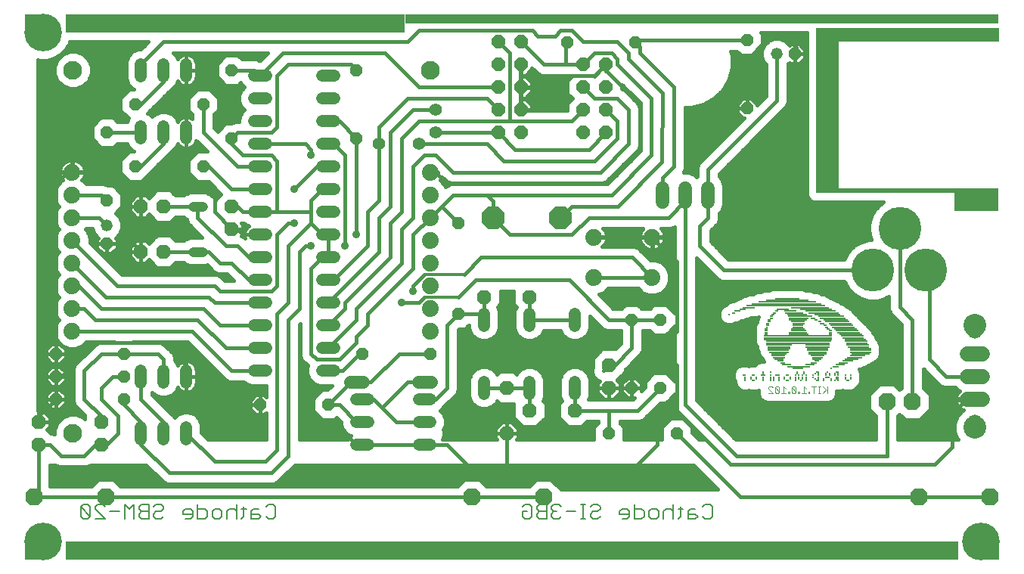
<source format=gbl>
G75*
G70*
%OFA0B0*%
%FSLAX24Y24*%
%IPPOS*%
%LPD*%
%AMOC8*
5,1,8,0,0,1.08239X$1,22.5*
%
%ADD10C,0.0060*%
%ADD11R,3.9370X0.0787*%
%ADD12R,0.7087X0.0197*%
%ADD13R,0.1181X0.0197*%
%ADD14R,0.8071X0.0591*%
%ADD15R,0.0984X0.6496*%
%ADD16R,1.4961X0.0787*%
%ADD17R,2.6181X0.0394*%
%ADD18R,0.1969X0.0787*%
%ADD19R,0.0157X0.0079*%
%ADD20R,0.0079X0.0079*%
%ADD21R,0.0236X0.0079*%
%ADD22R,0.0472X0.0079*%
%ADD23R,0.0315X0.0079*%
%ADD24R,0.1024X0.0079*%
%ADD25R,0.0394X0.0079*%
%ADD26R,0.0630X0.0079*%
%ADD27R,0.0709X0.0079*%
%ADD28R,0.0551X0.0079*%
%ADD29R,0.0787X0.0079*%
%ADD30R,0.0945X0.0079*%
%ADD31R,0.0866X0.0079*%
%ADD32R,0.1102X0.0079*%
%ADD33R,0.1181X0.0079*%
%ADD34R,0.2835X0.0079*%
%ADD35R,0.2913X0.0079*%
%ADD36R,0.2992X0.0079*%
%ADD37R,0.1339X0.0079*%
%ADD38R,0.1417X0.0079*%
%ADD39R,0.1654X0.0079*%
%ADD40R,0.3465X0.0079*%
%ADD41R,0.3071X0.0079*%
%ADD42R,0.2520X0.0079*%
%ADD43R,0.1890X0.0079*%
%ADD44C,0.0030*%
%ADD45C,0.0440*%
%ADD46OC8,0.0630*%
%ADD47C,0.0520*%
%ADD48OC8,0.0600*%
%ADD49OC8,0.0520*%
%ADD50OC8,0.1000*%
%ADD51OC8,0.0760*%
%ADD52C,0.0650*%
%ADD53C,0.0660*%
%ADD54C,0.0740*%
%ADD55C,0.1890*%
%ADD56C,0.0600*%
%ADD57C,0.0520*%
%ADD58C,0.0554*%
%ADD59C,0.0160*%
%ADD60C,0.0560*%
%ADD61R,0.0787X0.0787*%
%ADD62C,0.0357*%
%ADD63C,0.0120*%
%ADD64C,0.0396*%
%ADD65C,0.0827*%
%ADD66C,0.1000*%
%ADD67C,0.1660*%
D10*
X003208Y002076D02*
X003315Y001969D01*
X003528Y001969D01*
X003635Y002076D01*
X003208Y002503D01*
X003208Y002076D01*
X003635Y002076D02*
X003635Y002503D01*
X003528Y002610D01*
X003315Y002610D01*
X003208Y002503D01*
X003852Y002503D02*
X003852Y002396D01*
X004280Y001969D01*
X003852Y001969D01*
X003852Y002503D02*
X003959Y002610D01*
X004173Y002610D01*
X004280Y002503D01*
X004497Y002290D02*
X004924Y002290D01*
X005142Y002610D02*
X005142Y001969D01*
X005569Y001969D02*
X005569Y002610D01*
X005355Y002396D01*
X005142Y002610D01*
X005786Y002503D02*
X005786Y002396D01*
X005893Y002290D01*
X006213Y002290D01*
X006431Y002183D02*
X006431Y002076D01*
X006537Y001969D01*
X006751Y001969D01*
X006858Y002076D01*
X006751Y002290D02*
X006537Y002290D01*
X006431Y002183D01*
X006213Y001969D02*
X005893Y001969D01*
X005786Y002076D01*
X005786Y002183D01*
X005893Y002290D01*
X005786Y002503D02*
X005893Y002610D01*
X006213Y002610D01*
X006213Y001969D01*
X006431Y002503D02*
X006537Y002610D01*
X006751Y002610D01*
X006858Y002503D01*
X006858Y002396D01*
X006751Y002290D01*
X007720Y002290D02*
X007720Y002183D01*
X008147Y002183D01*
X008147Y002076D02*
X008147Y002290D01*
X008040Y002396D01*
X007827Y002396D01*
X007720Y002290D01*
X007827Y001969D02*
X008040Y001969D01*
X008147Y002076D01*
X008364Y001969D02*
X008685Y001969D01*
X008791Y002076D01*
X008791Y002290D01*
X008685Y002396D01*
X008364Y002396D01*
X008364Y002610D02*
X008364Y001969D01*
X009009Y002076D02*
X009009Y002290D01*
X009116Y002396D01*
X009329Y002396D01*
X009436Y002290D01*
X009436Y002076D01*
X009329Y001969D01*
X009116Y001969D01*
X009009Y002076D01*
X009653Y001969D02*
X009653Y002290D01*
X009760Y002396D01*
X009974Y002396D01*
X010080Y002290D01*
X010297Y002396D02*
X010510Y002396D01*
X010403Y002503D02*
X010403Y002076D01*
X010297Y001969D01*
X010080Y001969D02*
X010080Y002610D01*
X010728Y002290D02*
X010728Y001969D01*
X011048Y001969D01*
X011155Y002076D01*
X011048Y002183D01*
X010728Y002183D01*
X010728Y002290D02*
X010834Y002396D01*
X011048Y002396D01*
X011372Y002503D02*
X011479Y002610D01*
X011693Y002610D01*
X011799Y002503D01*
X011799Y002076D01*
X011693Y001969D01*
X011479Y001969D01*
X011372Y002076D01*
X022673Y002076D02*
X022673Y002290D01*
X022886Y002290D01*
X022673Y002503D02*
X022780Y002610D01*
X022993Y002610D01*
X023100Y002503D01*
X023100Y002076D01*
X022993Y001969D01*
X022780Y001969D01*
X022673Y002076D01*
X023317Y002076D02*
X023424Y001969D01*
X023744Y001969D01*
X023744Y002610D01*
X023424Y002610D01*
X023317Y002503D01*
X023317Y002396D01*
X023424Y002290D01*
X023744Y002290D01*
X023962Y002396D02*
X023962Y002503D01*
X024069Y002610D01*
X024282Y002610D01*
X024389Y002503D01*
X024175Y002290D02*
X024069Y002290D01*
X023962Y002183D01*
X023962Y002076D01*
X024069Y001969D01*
X024282Y001969D01*
X024389Y002076D01*
X024606Y002290D02*
X025033Y002290D01*
X025250Y002610D02*
X025463Y002610D01*
X025356Y002610D02*
X025356Y001969D01*
X025250Y001969D02*
X025463Y001969D01*
X025681Y002076D02*
X025787Y001969D01*
X026001Y001969D01*
X026108Y002076D01*
X026001Y002290D02*
X025787Y002290D01*
X025681Y002183D01*
X025681Y002076D01*
X026001Y002290D02*
X026108Y002396D01*
X026108Y002503D01*
X026001Y002610D01*
X025787Y002610D01*
X025681Y002503D01*
X026970Y002290D02*
X026970Y002183D01*
X027397Y002183D01*
X027397Y002076D02*
X027397Y002290D01*
X027290Y002396D01*
X027077Y002396D01*
X026970Y002290D01*
X027077Y001969D02*
X027290Y001969D01*
X027397Y002076D01*
X027614Y001969D02*
X027935Y001969D01*
X028041Y002076D01*
X028041Y002290D01*
X027935Y002396D01*
X027614Y002396D01*
X027614Y002610D02*
X027614Y001969D01*
X028259Y002076D02*
X028259Y002290D01*
X028366Y002396D01*
X028579Y002396D01*
X028686Y002290D01*
X028686Y002076D01*
X028579Y001969D01*
X028366Y001969D01*
X028259Y002076D01*
X028903Y001969D02*
X028903Y002290D01*
X029010Y002396D01*
X029224Y002396D01*
X029330Y002290D01*
X029547Y002396D02*
X029760Y002396D01*
X029653Y002503D02*
X029653Y002076D01*
X029547Y001969D01*
X029330Y001969D02*
X029330Y002610D01*
X029978Y002290D02*
X029978Y001969D01*
X030298Y001969D01*
X030405Y002076D01*
X030298Y002183D01*
X029978Y002183D01*
X029978Y002290D02*
X030084Y002396D01*
X030298Y002396D01*
X030622Y002503D02*
X030729Y002610D01*
X030943Y002610D01*
X031049Y002503D01*
X031049Y002076D01*
X030943Y001969D01*
X030729Y001969D01*
X030622Y002076D01*
X024069Y002290D02*
X023962Y002396D01*
X023424Y002290D02*
X023317Y002183D01*
X023317Y002076D01*
D11*
X022229Y000576D03*
D12*
X039158Y016423D03*
D13*
X043095Y016423D03*
D14*
X039650Y023312D03*
D15*
X036107Y019769D03*
D16*
X010024Y023805D03*
D17*
X030595Y024001D03*
D18*
X042701Y015931D03*
D19*
X033882Y011127D03*
X033804Y011049D03*
X033725Y010970D03*
X033646Y010891D03*
X033646Y010812D03*
X033567Y010734D03*
X033567Y010655D03*
X033489Y010576D03*
X033489Y010497D03*
X033410Y010340D03*
X033410Y010261D03*
X033410Y010183D03*
X033410Y010104D03*
X031993Y011049D03*
X035615Y010734D03*
X035772Y010655D03*
X036008Y010497D03*
X036087Y010419D03*
X036166Y010340D03*
X036245Y010261D03*
X036245Y010183D03*
X036245Y010104D03*
X036560Y008450D03*
X036560Y008214D03*
X036560Y008135D03*
X037032Y008057D03*
X035693Y008057D03*
X035693Y008450D03*
X034355Y008293D03*
X034355Y008057D03*
X032859Y008057D03*
X032859Y008293D03*
X032465Y008293D03*
D20*
X032504Y008214D03*
X032504Y008135D03*
X032504Y008057D03*
X032741Y008135D03*
X032741Y008214D03*
X032977Y008214D03*
X032977Y008135D03*
X033292Y008135D03*
X033292Y008057D03*
X033292Y008214D03*
X033292Y008371D03*
X033292Y008450D03*
X033607Y008450D03*
X033607Y008293D03*
X033607Y008214D03*
X033607Y008135D03*
X033607Y008057D03*
X033764Y008057D03*
X033764Y008135D03*
X033764Y008214D03*
X034001Y008214D03*
X034001Y008135D03*
X034001Y008057D03*
X034237Y008135D03*
X034237Y008214D03*
X034473Y008214D03*
X034473Y008135D03*
X034709Y008135D03*
X034709Y008057D03*
X034709Y008214D03*
X034709Y008293D03*
X034788Y008371D03*
X034788Y008450D03*
X034867Y008293D03*
X034867Y008214D03*
X034867Y008135D03*
X034945Y008057D03*
X035024Y008135D03*
X035024Y008214D03*
X035024Y008293D03*
X035103Y008371D03*
X035103Y008450D03*
X035182Y008293D03*
X035182Y008214D03*
X035182Y008135D03*
X035182Y008057D03*
X035497Y008214D03*
X035497Y008293D03*
X035575Y008371D03*
X035733Y008371D03*
X035733Y008293D03*
X035733Y008214D03*
X035733Y008135D03*
X035575Y008135D03*
X035969Y008135D03*
X035969Y008057D03*
X036048Y008293D03*
X036048Y008371D03*
X036127Y008450D03*
X036205Y008371D03*
X036205Y008293D03*
X036284Y008135D03*
X036284Y008057D03*
X036441Y008057D03*
X036599Y008057D03*
X036599Y008293D03*
X036599Y008371D03*
X036441Y008371D03*
X036441Y008293D03*
X036284Y008608D03*
X036914Y008293D03*
X036914Y008214D03*
X036914Y008135D03*
X037150Y008135D03*
X037150Y008214D03*
X037150Y008293D03*
X033449Y010419D03*
X031796Y010970D03*
D21*
X034158Y008844D03*
X033922Y008293D03*
X033292Y008293D03*
X035654Y008923D03*
X036127Y008214D03*
X035890Y010576D03*
X035497Y010812D03*
D22*
X034827Y010497D03*
X034827Y010419D03*
X035693Y009080D03*
X034827Y008608D03*
X037032Y008923D03*
D23*
X036481Y008686D03*
X035536Y008844D03*
X034040Y008923D03*
X032386Y011206D03*
X032150Y011127D03*
D24*
X034001Y009553D03*
X034001Y009474D03*
X034867Y008686D03*
X037071Y010183D03*
X036993Y010261D03*
X036914Y010340D03*
X036835Y010419D03*
X036756Y010497D03*
X036678Y010576D03*
X037150Y010104D03*
X037229Y010025D03*
X037386Y009789D03*
X037465Y009631D03*
D25*
X036835Y008844D03*
X036678Y008765D03*
X035654Y009001D03*
X035339Y008765D03*
X034315Y008765D03*
X034001Y009001D03*
D26*
X033961Y009159D03*
X035693Y009159D03*
X037190Y009001D03*
X034827Y010340D03*
X034827Y010655D03*
D27*
X034867Y010261D03*
X034001Y009238D03*
X037308Y009080D03*
X037465Y009159D03*
D28*
X034867Y010576D03*
X034473Y011127D03*
X034158Y011206D03*
X032662Y011285D03*
X034001Y009080D03*
D29*
X034827Y010183D03*
X034827Y010734D03*
X034670Y011049D03*
X035693Y009316D03*
X035693Y009238D03*
X037583Y009238D03*
D30*
X037583Y009316D03*
X037583Y009395D03*
X037583Y009474D03*
X037504Y009553D03*
X037426Y009710D03*
X037347Y009868D03*
X037268Y009946D03*
X035693Y009474D03*
X035693Y009395D03*
X033961Y009395D03*
D31*
X034001Y009316D03*
X034867Y010104D03*
X034867Y010812D03*
X034788Y010970D03*
D32*
X034906Y010891D03*
X034355Y011679D03*
X036481Y010734D03*
X036560Y010655D03*
X035693Y009631D03*
X035693Y009553D03*
D33*
X034001Y009631D03*
X036127Y010970D03*
X036284Y010891D03*
X036363Y010812D03*
D34*
X034827Y009710D03*
D35*
X034867Y009789D03*
D36*
X034827Y009868D03*
X034827Y009946D03*
X034827Y010025D03*
D37*
X035812Y011127D03*
X035969Y011049D03*
D38*
X035615Y011206D03*
D39*
X035339Y011285D03*
D40*
X034276Y011364D03*
D41*
X034315Y011442D03*
D42*
X034355Y011521D03*
D43*
X034355Y011600D03*
D44*
X034198Y007811D02*
X034198Y007520D01*
X034294Y007520D02*
X034101Y007520D01*
X034000Y007569D02*
X033951Y007520D01*
X033855Y007520D01*
X033806Y007569D01*
X033806Y007762D01*
X034000Y007569D01*
X034000Y007762D01*
X033951Y007811D01*
X033855Y007811D01*
X033806Y007762D01*
X033705Y007762D02*
X033657Y007811D01*
X033560Y007811D01*
X033512Y007762D01*
X033512Y007714D01*
X033705Y007520D01*
X033512Y007520D01*
X034198Y007811D02*
X034294Y007714D01*
X034393Y007569D02*
X034393Y007520D01*
X034442Y007520D01*
X034442Y007569D01*
X034393Y007569D01*
X034543Y007569D02*
X034591Y007520D01*
X034688Y007520D01*
X034736Y007569D01*
X034543Y007762D01*
X034543Y007569D01*
X034543Y007762D02*
X034591Y007811D01*
X034688Y007811D01*
X034736Y007762D01*
X034736Y007569D01*
X034835Y007569D02*
X034835Y007520D01*
X034884Y007520D01*
X034884Y007569D01*
X034835Y007569D01*
X034985Y007520D02*
X035178Y007520D01*
X035082Y007520D02*
X035082Y007811D01*
X035178Y007714D01*
X035277Y007569D02*
X035277Y007520D01*
X035326Y007520D01*
X035326Y007569D01*
X035277Y007569D01*
X035524Y007520D02*
X035524Y007811D01*
X035620Y007811D02*
X035427Y007811D01*
X035720Y007811D02*
X035817Y007811D01*
X035768Y007811D02*
X035768Y007520D01*
X035720Y007520D02*
X035817Y007520D01*
X035918Y007520D02*
X036063Y007665D01*
X036112Y007617D02*
X035918Y007811D01*
X036112Y007811D02*
X036112Y007520D01*
D45*
X008587Y013746D02*
X008147Y013746D01*
X008147Y015746D02*
X008587Y015746D01*
D46*
X009867Y015746D03*
X009867Y014746D03*
X006867Y015746D03*
X005867Y015746D03*
X005867Y013746D03*
X006867Y013746D03*
X004117Y006246D03*
X004117Y005246D03*
X001367Y005246D03*
X001367Y006246D03*
X020992Y011746D03*
X022992Y011746D03*
X026492Y008746D03*
X026492Y007746D03*
X024992Y006746D03*
X022992Y006746D03*
X021992Y007746D03*
X021992Y005746D03*
D47*
X022992Y007486D02*
X022992Y008006D01*
X024992Y008006D02*
X024992Y007486D01*
X020992Y007486D02*
X020992Y008006D01*
X018627Y007246D02*
X018107Y007246D01*
X018107Y006246D02*
X018627Y006246D01*
X018627Y005246D02*
X018107Y005246D01*
X015877Y005246D02*
X015357Y005246D01*
X015357Y006246D02*
X015877Y006246D01*
X015877Y007246D02*
X015357Y007246D01*
X014377Y008496D02*
X013857Y008496D01*
X013857Y009496D02*
X014377Y009496D01*
X014377Y010496D02*
X013857Y010496D01*
X013857Y011496D02*
X014377Y011496D01*
X014377Y012496D02*
X013857Y012496D01*
X013857Y013496D02*
X014377Y013496D01*
X014377Y014496D02*
X013857Y014496D01*
X013857Y015496D02*
X014377Y015496D01*
X014377Y016496D02*
X013857Y016496D01*
X013857Y017496D02*
X014377Y017496D01*
X014377Y018496D02*
X013857Y018496D01*
X013857Y019496D02*
X014377Y019496D01*
X014377Y020496D02*
X013857Y020496D01*
X013857Y021496D02*
X014377Y021496D01*
X011377Y021496D02*
X010857Y021496D01*
X010857Y020496D02*
X011377Y020496D01*
X011377Y019496D02*
X010857Y019496D01*
X010857Y018496D02*
X011377Y018496D01*
X011377Y017496D02*
X010857Y017496D01*
X010857Y016496D02*
X011377Y016496D01*
X011377Y015496D02*
X010857Y015496D01*
X010857Y014496D02*
X011377Y014496D01*
X011377Y013496D02*
X010857Y013496D01*
X010857Y012496D02*
X011377Y012496D01*
X011377Y011496D02*
X010857Y011496D01*
X010857Y010496D02*
X011377Y010496D01*
X011377Y009496D02*
X010857Y009496D01*
X010857Y008496D02*
X011377Y008496D01*
X007867Y008506D02*
X007867Y007986D01*
X006867Y007986D02*
X006867Y008506D01*
X005867Y008506D02*
X005867Y007986D01*
X005867Y006006D02*
X005867Y005486D01*
X006867Y005486D02*
X006867Y006006D01*
X007867Y006006D02*
X007867Y005486D01*
X020992Y010486D02*
X020992Y011006D01*
X022992Y011006D02*
X022992Y010486D01*
X024992Y010486D02*
X024992Y011006D01*
X007867Y018736D02*
X007867Y019256D01*
X006867Y019256D02*
X006867Y018736D01*
X005867Y018736D02*
X005867Y019256D01*
X005867Y021486D02*
X005867Y022006D01*
X006867Y022006D02*
X006867Y021486D01*
X007867Y021486D02*
X007867Y022006D01*
D48*
X021617Y021996D03*
X022617Y021996D03*
X022617Y022996D03*
X021617Y022996D03*
X021617Y020996D03*
X022617Y020996D03*
X022617Y019996D03*
X021617Y019996D03*
X021617Y018996D03*
X022617Y018996D03*
X025367Y018996D03*
X026367Y018996D03*
X026367Y019996D03*
X025367Y019996D03*
X025367Y020996D03*
X026367Y020996D03*
X026367Y021996D03*
X025367Y021996D03*
D49*
X024670Y022964D03*
X027670Y022964D03*
X032585Y023067D03*
X034695Y022464D03*
X032585Y020067D03*
X019867Y014996D03*
X015367Y018746D03*
X015367Y021746D03*
X009867Y021746D03*
X008617Y020246D03*
X009867Y018746D03*
X008617Y017496D03*
X005617Y017496D03*
X004367Y018996D03*
X005617Y020246D03*
X004367Y015996D03*
X004367Y014096D03*
X005117Y009246D03*
X005117Y008246D03*
X005117Y007246D03*
X002117Y007246D03*
X002117Y008246D03*
X002117Y009246D03*
X011117Y006996D03*
X014117Y006996D03*
X015617Y009246D03*
X018617Y009246D03*
X019867Y010996D03*
X027492Y010746D03*
X028742Y010746D03*
X028742Y007746D03*
X027492Y007746D03*
X026492Y005746D03*
X029492Y005746D03*
D50*
X024347Y015246D03*
X021387Y015246D03*
D51*
X038742Y007121D03*
X039867Y007121D03*
X040142Y002938D03*
X043292Y002938D03*
X023607Y002938D03*
X020457Y002938D03*
X004315Y002938D03*
X001166Y002938D03*
D52*
X042292Y007246D02*
X042941Y007246D01*
X042941Y008246D02*
X042292Y008246D01*
X042292Y009246D02*
X042941Y009246D01*
D53*
X042617Y010246D03*
X042617Y006246D03*
D54*
X028397Y012606D03*
X025837Y012606D03*
X025837Y014386D03*
X028397Y014386D03*
X018617Y014242D03*
X018617Y015242D03*
X018617Y016242D03*
X018617Y017242D03*
X018617Y013242D03*
X018617Y012242D03*
X018617Y011242D03*
X018617Y010242D03*
X002837Y010242D03*
X002837Y011242D03*
X002837Y012242D03*
X002837Y013242D03*
X002837Y014242D03*
X002837Y015242D03*
X002837Y016242D03*
X002837Y017242D03*
D55*
X038128Y012931D03*
X040451Y012931D03*
X039310Y014781D03*
D56*
X030867Y015946D02*
X030867Y016546D01*
X029867Y016546D02*
X029867Y015946D01*
X028867Y015946D02*
X028867Y016546D01*
D57*
X033895Y022464D03*
X004367Y014896D03*
D58*
X015090Y007996D02*
X015644Y007996D01*
X018090Y007996D02*
X018644Y007996D01*
D59*
X018367Y007996D02*
X017617Y007996D01*
X016492Y006871D01*
X017117Y006246D01*
X018367Y006246D01*
X019060Y006746D02*
X019186Y006872D01*
X019196Y006897D01*
X019639Y007339D01*
X019774Y007474D01*
X019847Y007650D01*
X019847Y010297D01*
X019885Y010336D01*
X020140Y010336D01*
X020320Y010516D01*
X020332Y010516D01*
X020332Y010354D01*
X020432Y010112D01*
X020618Y009926D01*
X020860Y009826D01*
X021123Y009826D01*
X021366Y009926D01*
X021551Y010112D01*
X021652Y010354D01*
X021652Y011137D01*
X021576Y011319D01*
X021707Y011449D01*
X021707Y012016D01*
X022277Y012016D01*
X022277Y011449D01*
X022407Y011319D01*
X022332Y011137D01*
X022332Y010354D01*
X022432Y010112D01*
X022618Y009926D01*
X022860Y009826D01*
X023123Y009826D01*
X023366Y009926D01*
X023551Y010112D01*
X023615Y010266D01*
X024368Y010266D01*
X024432Y010112D01*
X024618Y009926D01*
X024860Y009826D01*
X025123Y009826D01*
X025366Y009926D01*
X025551Y010112D01*
X025652Y010354D01*
X025652Y010907D01*
X026085Y010474D01*
X026220Y010339D01*
X026396Y010266D01*
X027012Y010266D01*
X027012Y009694D01*
X026778Y009461D01*
X026196Y009461D01*
X025777Y009042D01*
X025777Y008627D01*
X025762Y008591D01*
X025762Y008400D01*
X025835Y008224D01*
X025970Y008089D01*
X026086Y008040D01*
X025997Y007951D01*
X025997Y007746D01*
X026492Y007746D01*
X026987Y007746D01*
X026987Y007951D01*
X026847Y008090D01*
X027207Y008449D01*
X027207Y008532D01*
X027764Y009089D01*
X027899Y009224D01*
X027972Y009400D01*
X027972Y010266D01*
X028288Y010266D01*
X028468Y010086D01*
X029015Y010086D01*
X029387Y010457D01*
X029387Y008034D01*
X029015Y008406D01*
X028468Y008406D01*
X028082Y008019D01*
X028082Y007764D01*
X027932Y007614D01*
X027932Y007746D01*
X027932Y007928D01*
X027674Y008186D01*
X027492Y008186D01*
X027492Y007746D01*
X027492Y007746D01*
X027932Y007746D01*
X027492Y007746D01*
X027492Y007746D01*
X027492Y008186D01*
X027309Y008186D01*
X027052Y007928D01*
X027052Y007746D01*
X027492Y007746D01*
X026492Y007746D01*
X026492Y007746D01*
X026987Y007746D01*
X026987Y007540D01*
X026697Y007251D01*
X026492Y007251D01*
X026492Y007745D01*
X026492Y007745D01*
X026492Y007251D01*
X026287Y007251D01*
X025997Y007540D01*
X025997Y007746D01*
X026492Y007746D01*
X026492Y007746D01*
X026492Y007603D02*
X026492Y007603D01*
X026492Y007444D02*
X026492Y007444D01*
X026492Y007286D02*
X026492Y007286D01*
X026396Y007226D02*
X025598Y007226D01*
X025652Y007354D01*
X025652Y008137D01*
X025551Y008379D01*
X025366Y008565D01*
X025123Y008666D01*
X024860Y008666D01*
X024618Y008565D01*
X024432Y008379D01*
X024332Y008137D01*
X024332Y007354D01*
X024407Y007172D01*
X024277Y007042D01*
X024277Y006449D01*
X024696Y006031D01*
X025288Y006031D01*
X025523Y006266D01*
X026012Y006266D01*
X026012Y006199D01*
X025832Y006019D01*
X025832Y005472D01*
X025837Y005467D01*
X022413Y005467D01*
X022487Y005540D01*
X022487Y005746D01*
X022487Y005951D01*
X022197Y006241D01*
X021992Y006241D01*
X021992Y005746D01*
X021992Y005746D01*
X022487Y005746D01*
X021992Y005746D01*
X021992Y005746D01*
X021992Y006241D01*
X021787Y006241D01*
X021497Y005951D01*
X021497Y005746D01*
X021992Y005746D01*
X021992Y004371D01*
X021867Y004246D01*
X027617Y004246D01*
X028617Y005246D01*
X028617Y005996D01*
X029492Y006871D01*
X029492Y006746D01*
X031867Y004371D01*
X040867Y004371D01*
X041617Y005121D01*
X041617Y006621D01*
X042242Y007246D01*
X042617Y007246D01*
X042588Y007274D02*
X042588Y007217D01*
X041787Y007217D01*
X041787Y007206D01*
X041799Y007127D01*
X041824Y007052D01*
X041860Y006981D01*
X041907Y006917D01*
X041963Y006860D01*
X042027Y006814D01*
X042098Y006778D01*
X042112Y006773D01*
X041998Y006659D01*
X041991Y006643D01*
X041854Y006505D01*
X041717Y006175D01*
X041717Y005816D01*
X041854Y005486D01*
X041872Y005467D01*
X039222Y005467D01*
X039222Y006497D01*
X039304Y006580D01*
X039544Y006341D01*
X040190Y006341D01*
X040647Y006797D01*
X040647Y007444D01*
X040347Y007744D01*
X040347Y008587D01*
X041095Y007839D01*
X041271Y007766D01*
X041462Y007766D01*
X041747Y007766D01*
X041881Y007631D01*
X041939Y007607D01*
X041907Y007574D01*
X041860Y007510D01*
X041824Y007439D01*
X041799Y007364D01*
X041787Y007285D01*
X041787Y007274D01*
X042588Y007274D01*
X041827Y007444D02*
X040646Y007444D01*
X040647Y007286D02*
X041787Y007286D01*
X041799Y007127D02*
X040647Y007127D01*
X040647Y006969D02*
X041869Y006969D01*
X042034Y006810D02*
X040647Y006810D01*
X040501Y006652D02*
X041995Y006652D01*
X041849Y006493D02*
X040343Y006493D01*
X039391Y006493D02*
X039222Y006493D01*
X039222Y006335D02*
X041783Y006335D01*
X041717Y006176D02*
X039222Y006176D01*
X039222Y006018D02*
X041717Y006018D01*
X041717Y005859D02*
X039222Y005859D01*
X039222Y005701D02*
X041765Y005701D01*
X041830Y005542D02*
X039222Y005542D01*
X038262Y005542D02*
X031999Y005542D01*
X032074Y005467D02*
X030347Y007194D01*
X030347Y013462D01*
X031150Y012659D01*
X031150Y012659D01*
X031285Y012524D01*
X031461Y012451D01*
X036865Y012451D01*
X036875Y012411D01*
X037052Y012105D01*
X037303Y011854D01*
X037609Y011677D01*
X037951Y011586D01*
X038306Y011586D01*
X038648Y011677D01*
X038830Y011782D01*
X038830Y011207D01*
X038903Y011031D01*
X039387Y010547D01*
X039387Y007744D01*
X039304Y007661D01*
X039065Y007901D01*
X038419Y007901D01*
X037962Y007444D01*
X037962Y006797D01*
X038262Y006497D01*
X038262Y005467D01*
X032074Y005467D01*
X031840Y005701D02*
X038262Y005701D01*
X038262Y005859D02*
X031682Y005859D01*
X031523Y006018D02*
X038262Y006018D01*
X038262Y006176D02*
X031365Y006176D01*
X031206Y006335D02*
X038262Y006335D01*
X038262Y006493D02*
X031048Y006493D01*
X030889Y006652D02*
X038107Y006652D01*
X037962Y006810D02*
X030731Y006810D01*
X030572Y006969D02*
X037962Y006969D01*
X037962Y007127D02*
X036247Y007127D01*
X036194Y007105D02*
X036347Y007169D01*
X036463Y007285D01*
X036527Y007438D01*
X036527Y007617D01*
X036718Y007617D01*
X036796Y007649D01*
X036874Y007617D01*
X037190Y007617D01*
X037337Y007678D01*
X037416Y007757D01*
X037529Y007869D01*
X037589Y008016D01*
X037589Y008412D01*
X037529Y008559D01*
X037525Y008562D01*
X037584Y008562D01*
X037731Y008623D01*
X037754Y008646D01*
X037889Y008702D01*
X037912Y008725D01*
X038046Y008780D01*
X038069Y008803D01*
X038203Y008859D01*
X038282Y008938D01*
X038395Y009050D01*
X038456Y009197D01*
X038456Y009593D01*
X038395Y009740D01*
X038372Y009763D01*
X038316Y009897D01*
X038293Y009920D01*
X038237Y010055D01*
X038159Y010134D01*
X038135Y010157D01*
X038080Y010291D01*
X038001Y010370D01*
X037922Y010448D01*
X037844Y010527D01*
X037765Y010606D01*
X037686Y010685D01*
X037607Y010763D01*
X037495Y010876D01*
X037495Y010876D01*
X037450Y010921D01*
X037371Y011000D01*
X037292Y011078D01*
X037292Y011078D01*
X037214Y011157D01*
X037101Y011270D01*
X036967Y011325D01*
X036865Y011427D01*
X036730Y011483D01*
X036707Y011506D01*
X036573Y011562D01*
X036550Y011585D01*
X036416Y011640D01*
X036392Y011663D01*
X036258Y011719D01*
X036235Y011742D01*
X036101Y011798D01*
X036077Y011821D01*
X035930Y011882D01*
X035859Y011882D01*
X035841Y011900D01*
X035694Y011960D01*
X035544Y011960D01*
X035526Y011978D01*
X035379Y012039D01*
X035150Y012039D01*
X035133Y012057D01*
X034986Y012118D01*
X033724Y012118D01*
X033577Y012057D01*
X033559Y012039D01*
X033330Y012039D01*
X033183Y011978D01*
X033166Y011960D01*
X033015Y011960D01*
X032868Y011900D01*
X032851Y011882D01*
X032700Y011882D01*
X032553Y011821D01*
X032536Y011803D01*
X032464Y011803D01*
X032317Y011742D01*
X032294Y011719D01*
X032160Y011663D01*
X032137Y011640D01*
X032002Y011585D01*
X031984Y011567D01*
X031913Y011567D01*
X031766Y011506D01*
X031664Y011404D01*
X031530Y011348D01*
X031417Y011236D01*
X031356Y011089D01*
X031356Y010851D01*
X031417Y010704D01*
X031530Y010591D01*
X031677Y010531D01*
X031915Y010531D01*
X032062Y010591D01*
X032080Y010609D01*
X032151Y010609D01*
X032298Y010670D01*
X032316Y010688D01*
X032387Y010688D01*
X032534Y010749D01*
X032552Y010767D01*
X032623Y010767D01*
X032770Y010828D01*
X032788Y010846D01*
X033017Y010846D01*
X033100Y010880D01*
X033094Y010865D01*
X033071Y010842D01*
X033010Y010695D01*
X033010Y010624D01*
X032992Y010606D01*
X032931Y010459D01*
X032931Y009749D01*
X032992Y009602D01*
X033010Y009584D01*
X033010Y009512D01*
X033071Y009365D01*
X033089Y009348D01*
X033089Y009276D01*
X033150Y009129D01*
X033251Y009027D01*
X033307Y008893D01*
X033310Y008890D01*
X033173Y008890D01*
X033026Y008829D01*
X032929Y008732D01*
X032700Y008732D01*
X032662Y008716D01*
X032623Y008732D01*
X032307Y008732D01*
X032160Y008671D01*
X032047Y008559D01*
X031986Y008412D01*
X031986Y008174D01*
X032047Y008027D01*
X032065Y008009D01*
X032065Y007938D01*
X032126Y007791D01*
X032239Y007678D01*
X032386Y007617D01*
X032623Y007617D01*
X032662Y007633D01*
X032700Y007617D01*
X033017Y007617D01*
X033095Y007649D01*
X033097Y007649D01*
X033097Y007631D01*
X033103Y007617D01*
X033097Y007603D01*
X030347Y007603D01*
X030347Y007761D02*
X032155Y007761D01*
X032072Y007920D02*
X030347Y007920D01*
X030347Y008078D02*
X032026Y008078D01*
X031986Y008237D02*
X030347Y008237D01*
X030347Y008395D02*
X031986Y008395D01*
X032045Y008554D02*
X030347Y008554D01*
X030347Y008712D02*
X032259Y008712D01*
X033128Y008871D02*
X030347Y008871D01*
X030347Y009029D02*
X033249Y009029D01*
X033125Y009188D02*
X030347Y009188D01*
X030347Y009346D02*
X033089Y009346D01*
X033013Y009505D02*
X030347Y009505D01*
X030347Y009663D02*
X032966Y009663D01*
X032931Y009822D02*
X030347Y009822D01*
X030347Y009980D02*
X032931Y009980D01*
X032931Y010139D02*
X030347Y010139D01*
X030347Y010297D02*
X032931Y010297D01*
X032931Y010456D02*
X030347Y010456D01*
X030347Y010614D02*
X031507Y010614D01*
X031389Y010773D02*
X030347Y010773D01*
X030347Y010931D02*
X031356Y010931D01*
X031357Y011090D02*
X030347Y011090D01*
X030347Y011248D02*
X031430Y011248D01*
X031667Y011407D02*
X030347Y011407D01*
X030347Y011565D02*
X031910Y011565D01*
X032299Y011724D02*
X030347Y011724D01*
X030347Y011882D02*
X032851Y011882D01*
X033561Y012041D02*
X030347Y012041D01*
X030347Y012199D02*
X036998Y012199D01*
X036906Y012358D02*
X030347Y012358D01*
X030347Y012516D02*
X031302Y012516D01*
X031133Y012675D02*
X030347Y012675D01*
X030347Y012833D02*
X030975Y012833D01*
X030816Y012992D02*
X030347Y012992D01*
X030347Y013150D02*
X030658Y013150D01*
X030499Y013309D02*
X030347Y013309D01*
X029492Y013291D02*
X028764Y014018D01*
X029117Y014371D01*
X028947Y014366D02*
X028417Y014366D01*
X028417Y014406D01*
X028947Y014406D01*
X028947Y014429D01*
X028933Y014514D01*
X028906Y014597D01*
X028867Y014674D01*
X028816Y014744D01*
X028794Y014766D01*
X029212Y014766D01*
X029387Y014838D01*
X029387Y011034D01*
X029015Y011406D01*
X028468Y011406D01*
X028288Y011226D01*
X027945Y011226D01*
X027765Y011406D01*
X027218Y011406D01*
X027038Y011226D01*
X026690Y011226D01*
X026054Y011862D01*
X026273Y011953D01*
X026446Y012126D01*
X027788Y012126D01*
X027960Y011953D01*
X028244Y011836D01*
X028550Y011836D01*
X028833Y011953D01*
X029049Y012169D01*
X029167Y012452D01*
X029167Y012759D01*
X029049Y013042D01*
X028833Y013258D01*
X028550Y013376D01*
X028305Y013376D01*
X027779Y013902D01*
X027602Y013976D01*
X026204Y013976D01*
X026256Y014027D01*
X026307Y014097D01*
X026346Y014174D01*
X026373Y014257D01*
X026387Y014342D01*
X026387Y014366D01*
X025857Y014366D01*
X025857Y014406D01*
X026387Y014406D01*
X026387Y014429D01*
X026373Y014514D01*
X026346Y014597D01*
X026307Y014674D01*
X026256Y014744D01*
X026234Y014766D01*
X027999Y014766D01*
X027977Y014744D01*
X027926Y014674D01*
X027887Y014597D01*
X027860Y014514D01*
X027847Y014429D01*
X027847Y014406D01*
X028377Y014406D01*
X028377Y014366D01*
X027847Y014366D01*
X027847Y014342D01*
X027860Y014257D01*
X027887Y014174D01*
X027926Y014097D01*
X027977Y014027D01*
X028038Y013966D01*
X028108Y013915D01*
X028186Y013876D01*
X028268Y013849D01*
X028353Y013836D01*
X028377Y013836D01*
X028377Y014366D01*
X028417Y014366D01*
X028417Y013836D01*
X028440Y013836D01*
X028525Y013849D01*
X028608Y013876D01*
X028685Y013915D01*
X028755Y013966D01*
X028816Y014027D01*
X028867Y014097D01*
X028906Y014174D01*
X028933Y014257D01*
X028947Y014342D01*
X028947Y014366D01*
X028947Y014418D02*
X029387Y014418D01*
X029387Y014260D02*
X028934Y014260D01*
X028869Y014101D02*
X029387Y014101D01*
X029387Y013943D02*
X028723Y013943D01*
X028764Y014018D02*
X028397Y014386D01*
X028367Y014371D02*
X028352Y014386D01*
X025837Y014386D01*
X026353Y014577D02*
X027881Y014577D01*
X027847Y014418D02*
X026387Y014418D01*
X026374Y014260D02*
X027860Y014260D01*
X027924Y014101D02*
X026309Y014101D01*
X026262Y014735D02*
X027971Y014735D01*
X028377Y014260D02*
X028417Y014260D01*
X028417Y014101D02*
X028377Y014101D01*
X028377Y013943D02*
X028417Y013943D01*
X028070Y013943D02*
X027681Y013943D01*
X027897Y013784D02*
X029387Y013784D01*
X029387Y013626D02*
X028055Y013626D01*
X028214Y013467D02*
X029387Y013467D01*
X029387Y013309D02*
X028710Y013309D01*
X028941Y013150D02*
X029387Y013150D01*
X029387Y012992D02*
X029070Y012992D01*
X029136Y012833D02*
X029387Y012833D01*
X029387Y012675D02*
X029167Y012675D01*
X029167Y012516D02*
X029387Y012516D01*
X029387Y012358D02*
X029128Y012358D01*
X029062Y012199D02*
X029387Y012199D01*
X029387Y012041D02*
X028921Y012041D01*
X028663Y011882D02*
X029387Y011882D01*
X029387Y011724D02*
X026192Y011724D01*
X026103Y011882D02*
X028130Y011882D01*
X027872Y012041D02*
X026361Y012041D01*
X026351Y011565D02*
X029387Y011565D01*
X029387Y011407D02*
X026509Y011407D01*
X026668Y011248D02*
X027061Y011248D01*
X027492Y010746D02*
X026492Y010746D01*
X024742Y012496D01*
X020617Y012496D01*
X019867Y011746D01*
X020992Y011746D02*
X020992Y010746D01*
X020742Y010996D01*
X019867Y010996D01*
X019367Y010496D01*
X019367Y007746D01*
X018867Y007246D01*
X018367Y007246D01*
X019060Y006746D02*
X019186Y006619D01*
X019287Y006377D01*
X019287Y006114D01*
X019199Y005903D01*
X019215Y005864D01*
X019215Y005627D01*
X019149Y005467D01*
X021570Y005467D01*
X021497Y005540D01*
X021497Y005746D01*
X021992Y005746D01*
X021992Y005746D01*
X021992Y005859D02*
X021992Y005859D01*
X021992Y006018D02*
X021992Y006018D01*
X021992Y006176D02*
X021992Y006176D01*
X022261Y006176D02*
X022550Y006176D01*
X022419Y006018D02*
X025832Y006018D01*
X025832Y005859D02*
X022487Y005859D01*
X022487Y005701D02*
X025832Y005701D01*
X025832Y005542D02*
X022487Y005542D01*
X022696Y006031D02*
X023288Y006031D01*
X023707Y006449D01*
X023707Y007042D01*
X023576Y007172D01*
X023652Y007354D01*
X023652Y008137D01*
X023551Y008379D01*
X023366Y008565D01*
X023123Y008666D01*
X022860Y008666D01*
X022618Y008565D01*
X022432Y008379D01*
X022414Y008335D01*
X022288Y008461D01*
X021696Y008461D01*
X021570Y008335D01*
X021551Y008379D01*
X021366Y008565D01*
X021123Y008666D01*
X020860Y008666D01*
X020618Y008565D01*
X020432Y008379D01*
X020332Y008137D01*
X020332Y007354D01*
X020432Y007112D01*
X020618Y006926D01*
X020860Y006826D01*
X021123Y006826D01*
X021366Y006926D01*
X021551Y007112D01*
X021570Y007156D01*
X021696Y007031D01*
X022277Y007031D01*
X022277Y006449D01*
X022696Y006031D01*
X022391Y006335D02*
X019287Y006335D01*
X019287Y006176D02*
X021723Y006176D01*
X021564Y006018D02*
X019247Y006018D01*
X019215Y005859D02*
X021497Y005859D01*
X021497Y005701D02*
X019215Y005701D01*
X019180Y005542D02*
X021497Y005542D01*
X022277Y006493D02*
X019238Y006493D01*
X019154Y006652D02*
X022277Y006652D01*
X022277Y006810D02*
X019125Y006810D01*
X019269Y006969D02*
X020575Y006969D01*
X020426Y007127D02*
X019427Y007127D01*
X019586Y007286D02*
X020360Y007286D01*
X020332Y007444D02*
X019744Y007444D01*
X019639Y007339D02*
X019639Y007339D01*
X019827Y007603D02*
X020332Y007603D01*
X020332Y007761D02*
X019847Y007761D01*
X019847Y007920D02*
X020332Y007920D01*
X020332Y008078D02*
X019847Y008078D01*
X019847Y008237D02*
X020373Y008237D01*
X020448Y008395D02*
X019847Y008395D01*
X019847Y008554D02*
X020607Y008554D01*
X019847Y008712D02*
X025777Y008712D01*
X025762Y008554D02*
X025377Y008554D01*
X025535Y008395D02*
X025764Y008395D01*
X025829Y008237D02*
X025610Y008237D01*
X025652Y008078D02*
X025994Y008078D01*
X025997Y007920D02*
X025652Y007920D01*
X025652Y007761D02*
X025997Y007761D01*
X025997Y007603D02*
X025652Y007603D01*
X025652Y007444D02*
X026093Y007444D01*
X026251Y007286D02*
X025623Y007286D01*
X026396Y007226D02*
X027543Y007226D01*
X027623Y007306D01*
X027492Y007306D01*
X027492Y007745D01*
X027492Y007745D01*
X027492Y007306D01*
X027309Y007306D01*
X027052Y007563D01*
X027052Y007746D01*
X027492Y007746D01*
X027492Y008246D01*
X028742Y009496D01*
X029492Y008746D01*
X029492Y006871D01*
X029424Y006810D02*
X028485Y006810D01*
X028327Y006652D02*
X029531Y006652D01*
X029460Y006724D02*
X030716Y005467D01*
X030449Y005467D01*
X030152Y005764D01*
X030152Y006019D01*
X029765Y006406D01*
X029218Y006406D01*
X028832Y006019D01*
X028832Y005472D01*
X028837Y005467D01*
X027146Y005467D01*
X027152Y005472D01*
X027152Y006019D01*
X026972Y006199D01*
X026972Y006266D01*
X027837Y006266D01*
X028014Y006339D01*
X028760Y007086D01*
X029015Y007086D01*
X029387Y007457D01*
X029387Y006900D01*
X029460Y006724D01*
X029387Y006969D02*
X028644Y006969D01*
X029057Y007127D02*
X029387Y007127D01*
X029387Y007286D02*
X029216Y007286D01*
X029374Y007444D02*
X029387Y007444D01*
X028742Y007746D02*
X027742Y006746D01*
X026492Y006746D01*
X026492Y005746D01*
X027152Y005701D02*
X028832Y005701D01*
X028832Y005859D02*
X027152Y005859D01*
X027152Y006018D02*
X028832Y006018D01*
X028989Y006176D02*
X026994Y006176D01*
X026492Y006746D02*
X024992Y006746D01*
X024992Y007746D01*
X024332Y007761D02*
X023652Y007761D01*
X023652Y007603D02*
X024332Y007603D01*
X024332Y007444D02*
X023652Y007444D01*
X023623Y007286D02*
X024360Y007286D01*
X024362Y007127D02*
X023621Y007127D01*
X023707Y006969D02*
X024277Y006969D01*
X024277Y006810D02*
X023707Y006810D01*
X023707Y006652D02*
X024277Y006652D01*
X024277Y006493D02*
X023707Y006493D01*
X023592Y006335D02*
X024391Y006335D01*
X024550Y006176D02*
X023434Y006176D01*
X022992Y006746D02*
X022992Y007746D01*
X021992Y007746D01*
X020992Y007746D01*
X021558Y007127D02*
X021599Y007127D01*
X021409Y006969D02*
X022277Y006969D01*
X023652Y007920D02*
X024332Y007920D01*
X024332Y008078D02*
X023652Y008078D01*
X023610Y008237D02*
X024373Y008237D01*
X024448Y008395D02*
X023535Y008395D01*
X023377Y008554D02*
X024607Y008554D01*
X025777Y008871D02*
X019847Y008871D01*
X019847Y009029D02*
X025777Y009029D01*
X025923Y009188D02*
X019847Y009188D01*
X019847Y009346D02*
X026081Y009346D01*
X026822Y009505D02*
X019847Y009505D01*
X019847Y009663D02*
X026981Y009663D01*
X027012Y009822D02*
X019847Y009822D01*
X019847Y009980D02*
X020563Y009980D01*
X020421Y010139D02*
X019847Y010139D01*
X019847Y010297D02*
X020355Y010297D01*
X020332Y010456D02*
X020261Y010456D01*
X021420Y009980D02*
X022563Y009980D01*
X022421Y010139D02*
X021563Y010139D01*
X021628Y010297D02*
X022355Y010297D01*
X022332Y010456D02*
X021652Y010456D01*
X021652Y010614D02*
X022332Y010614D01*
X022332Y010773D02*
X021652Y010773D01*
X021652Y010931D02*
X022332Y010931D01*
X022332Y011090D02*
X021652Y011090D01*
X021605Y011248D02*
X022378Y011248D01*
X022319Y011407D02*
X021664Y011407D01*
X021707Y011565D02*
X022277Y011565D01*
X022277Y011724D02*
X021707Y011724D01*
X021707Y011882D02*
X022277Y011882D01*
X022992Y011746D02*
X022992Y010746D01*
X024992Y010746D01*
X025652Y010773D02*
X025785Y010773D01*
X025652Y010614D02*
X025944Y010614D01*
X026102Y010456D02*
X025652Y010456D01*
X025628Y010297D02*
X026319Y010297D01*
X027012Y010139D02*
X025563Y010139D01*
X025420Y009980D02*
X027012Y009980D01*
X027492Y009496D02*
X027492Y010746D01*
X028742Y010746D01*
X029331Y011090D02*
X029387Y011090D01*
X029387Y011248D02*
X029172Y011248D01*
X028311Y011248D02*
X027922Y011248D01*
X029227Y010297D02*
X029387Y010297D01*
X029492Y010246D02*
X029492Y013291D01*
X030492Y013996D02*
X030492Y014871D01*
X030867Y015246D01*
X030867Y016246D01*
X030867Y017371D01*
X033895Y020399D01*
X033895Y022464D01*
X033235Y022502D02*
X032953Y022502D01*
X032859Y022407D02*
X033245Y022794D01*
X033245Y023341D01*
X033181Y023405D01*
X035215Y023405D01*
X035215Y016245D01*
X035276Y016098D01*
X035388Y015985D01*
X035535Y015924D01*
X038600Y015924D01*
X038484Y015857D01*
X038233Y015607D01*
X038056Y015300D01*
X037965Y014958D01*
X037965Y014604D01*
X038053Y014275D01*
X037951Y014275D01*
X037609Y014184D01*
X037303Y014007D01*
X037052Y013756D01*
X036875Y013450D01*
X036865Y013411D01*
X031755Y013411D01*
X030972Y014194D01*
X030972Y014672D01*
X031274Y014974D01*
X031347Y015150D01*
X031347Y015436D01*
X031460Y015549D01*
X031567Y015806D01*
X031567Y016685D01*
X031460Y016942D01*
X031347Y017055D01*
X031347Y017172D01*
X034302Y020127D01*
X034375Y020303D01*
X034375Y022011D01*
X034450Y022086D01*
X034513Y022024D01*
X034695Y022024D01*
X034877Y022024D01*
X035135Y022282D01*
X035135Y022464D01*
X035135Y022646D01*
X034877Y022904D01*
X034695Y022904D01*
X034695Y022464D01*
X034695Y022464D01*
X035135Y022464D01*
X034695Y022464D01*
X034695Y022024D01*
X034695Y022464D01*
X034695Y022464D01*
X034695Y022464D01*
X034695Y017949D01*
X031117Y014371D01*
X030972Y014418D02*
X038014Y014418D01*
X037972Y014577D02*
X030972Y014577D01*
X031035Y014735D02*
X037965Y014735D01*
X037965Y014894D02*
X031194Y014894D01*
X031306Y015052D02*
X037990Y015052D01*
X038032Y015211D02*
X031347Y015211D01*
X031347Y015369D02*
X038096Y015369D01*
X038188Y015528D02*
X031439Y015528D01*
X031517Y015686D02*
X038313Y015686D01*
X038472Y015845D02*
X031567Y015845D01*
X031567Y016003D02*
X035370Y016003D01*
X035249Y016162D02*
X031567Y016162D01*
X031567Y016320D02*
X035215Y016320D01*
X035215Y016479D02*
X031567Y016479D01*
X031567Y016638D02*
X035215Y016638D01*
X035215Y016796D02*
X031521Y016796D01*
X031448Y016955D02*
X035215Y016955D01*
X035215Y017113D02*
X031347Y017113D01*
X031446Y017272D02*
X035215Y017272D01*
X035215Y017430D02*
X031605Y017430D01*
X031763Y017589D02*
X035215Y017589D01*
X035215Y017747D02*
X031922Y017747D01*
X032080Y017906D02*
X035215Y017906D01*
X035215Y018064D02*
X032239Y018064D01*
X032397Y018223D02*
X035215Y018223D01*
X035215Y018381D02*
X032556Y018381D01*
X032714Y018540D02*
X035215Y018540D01*
X035215Y018698D02*
X032873Y018698D01*
X033031Y018857D02*
X035215Y018857D01*
X035215Y019015D02*
X033190Y019015D01*
X033348Y019174D02*
X035215Y019174D01*
X035215Y019332D02*
X033507Y019332D01*
X033665Y019491D02*
X035215Y019491D01*
X035215Y019649D02*
X033824Y019649D01*
X033982Y019808D02*
X035215Y019808D01*
X035215Y019966D02*
X034141Y019966D01*
X034299Y020125D02*
X035215Y020125D01*
X035215Y020283D02*
X034366Y020283D01*
X034375Y020442D02*
X035215Y020442D01*
X035215Y020600D02*
X034375Y020600D01*
X034375Y020759D02*
X035215Y020759D01*
X035215Y020917D02*
X034375Y020917D01*
X034375Y021076D02*
X035215Y021076D01*
X035215Y021234D02*
X034375Y021234D01*
X034375Y021393D02*
X035215Y021393D01*
X035215Y021551D02*
X034375Y021551D01*
X034375Y021710D02*
X035215Y021710D01*
X035215Y021868D02*
X034375Y021868D01*
X034391Y022027D02*
X034510Y022027D01*
X034695Y022027D02*
X034695Y022027D01*
X034695Y022185D02*
X034695Y022185D01*
X034695Y022344D02*
X034695Y022344D01*
X034695Y022464D02*
X034695Y022904D01*
X034513Y022904D01*
X034450Y022842D01*
X034269Y023024D01*
X034026Y023124D01*
X033764Y023124D01*
X033521Y023024D01*
X033335Y022838D01*
X033235Y022595D01*
X033235Y022333D01*
X033335Y022090D01*
X033415Y022011D01*
X033415Y020597D01*
X033025Y020208D01*
X033025Y020250D01*
X032767Y020507D01*
X032585Y020507D01*
X032403Y020507D01*
X032145Y020250D01*
X032145Y020067D01*
X032145Y019885D01*
X032403Y019627D01*
X032445Y019627D01*
X030460Y017642D01*
X030387Y017466D01*
X030387Y017055D01*
X030367Y017035D01*
X030263Y017139D01*
X030006Y017246D01*
X029783Y017246D01*
X029847Y017400D01*
X029847Y020096D01*
X030137Y020096D01*
X030658Y020235D01*
X031125Y020505D01*
X031507Y020887D01*
X031777Y021354D01*
X031917Y021876D01*
X031917Y022415D01*
X031871Y022587D01*
X032132Y022587D01*
X032312Y022407D01*
X032859Y022407D01*
X032585Y022214D02*
X033492Y023121D01*
X034367Y023121D01*
X034742Y022746D01*
X034695Y022819D02*
X034695Y022819D01*
X034695Y022661D02*
X034695Y022661D01*
X034695Y022502D02*
X034695Y022502D01*
X034962Y022819D02*
X035215Y022819D01*
X035215Y022661D02*
X035121Y022661D01*
X035135Y022502D02*
X035215Y022502D01*
X035215Y022344D02*
X035135Y022344D01*
X035215Y022185D02*
X035038Y022185D01*
X034880Y022027D02*
X035215Y022027D01*
X035215Y022978D02*
X034315Y022978D01*
X033475Y022978D02*
X033245Y022978D01*
X033245Y023136D02*
X035215Y023136D01*
X035215Y023295D02*
X033245Y023295D01*
X033245Y022819D02*
X033327Y022819D01*
X033262Y022661D02*
X033112Y022661D01*
X033235Y022344D02*
X031917Y022344D01*
X031917Y022185D02*
X033296Y022185D01*
X033399Y022027D02*
X031917Y022027D01*
X031915Y021868D02*
X033415Y021868D01*
X033415Y021710D02*
X031872Y021710D01*
X031830Y021551D02*
X033415Y021551D01*
X033415Y021393D02*
X031787Y021393D01*
X031708Y021234D02*
X033415Y021234D01*
X033415Y021076D02*
X031616Y021076D01*
X031525Y020917D02*
X033415Y020917D01*
X033415Y020759D02*
X031379Y020759D01*
X031220Y020600D02*
X033415Y020600D01*
X033259Y020442D02*
X032833Y020442D01*
X032992Y020283D02*
X033100Y020283D01*
X032585Y020283D02*
X032585Y020283D01*
X032585Y020125D02*
X032585Y020125D01*
X032585Y020067D02*
X032585Y020507D01*
X032585Y020067D01*
X032145Y020067D01*
X032585Y020067D01*
X032585Y020067D01*
X032585Y022214D01*
X032217Y022502D02*
X031893Y022502D01*
X032585Y023067D02*
X027814Y023067D01*
X027742Y022996D01*
X027701Y022996D01*
X027670Y022964D01*
X027867Y022767D01*
X027867Y022496D01*
X029367Y020996D01*
X029367Y017496D01*
X028867Y016996D01*
X028867Y016246D01*
X029867Y016246D02*
X029867Y015996D01*
X029867Y006996D01*
X032117Y004746D01*
X038742Y004746D01*
X038742Y007121D01*
X038121Y007603D02*
X036527Y007603D01*
X036527Y007444D02*
X037963Y007444D01*
X037962Y007286D02*
X036464Y007286D01*
X036194Y007105D02*
X036029Y007105D01*
X036015Y007111D01*
X036001Y007105D01*
X035638Y007105D01*
X035622Y007112D01*
X035606Y007105D01*
X035441Y007105D01*
X035425Y007112D01*
X035408Y007105D01*
X034590Y007105D01*
X034509Y007105D01*
X034509Y007105D01*
X033854Y007105D01*
X033772Y007105D01*
X033772Y007105D01*
X033429Y007105D01*
X033277Y007169D01*
X033160Y007285D01*
X033097Y007438D01*
X033097Y007603D01*
X033097Y007444D02*
X030347Y007444D01*
X030347Y007286D02*
X033160Y007286D01*
X033376Y007127D02*
X030414Y007127D01*
X029690Y006493D02*
X028168Y006493D01*
X028005Y006335D02*
X029148Y006335D01*
X029492Y005746D02*
X032299Y002938D01*
X040142Y002938D01*
X043292Y002938D01*
X039867Y007121D02*
X039867Y010746D01*
X039310Y011303D01*
X039310Y014781D01*
X037894Y014260D02*
X030972Y014260D01*
X031065Y014101D02*
X037467Y014101D01*
X037239Y013943D02*
X031223Y013943D01*
X031382Y013784D02*
X037080Y013784D01*
X036977Y013626D02*
X031540Y013626D01*
X031699Y013467D02*
X036886Y013467D01*
X038128Y012931D02*
X031557Y012931D01*
X030492Y013996D01*
X029387Y014577D02*
X028913Y014577D01*
X028822Y014735D02*
X029387Y014735D01*
X029117Y015246D02*
X029867Y015996D01*
X029117Y015246D02*
X025617Y015246D01*
X024867Y014496D01*
X022137Y014496D01*
X021387Y015246D01*
X021387Y015976D01*
X021117Y016246D01*
X026617Y016246D01*
X028367Y017996D01*
X028367Y020496D01*
X026867Y021996D01*
X026867Y022246D01*
X026617Y022496D01*
X025867Y022496D01*
X025367Y021996D01*
X024617Y021996D01*
X024585Y022027D01*
X024585Y022964D01*
X024670Y022964D01*
X024367Y023496D02*
X024117Y023246D01*
X023367Y023246D01*
X023117Y023496D01*
X018117Y023496D01*
X017617Y022996D01*
X006867Y022996D01*
X005867Y021996D01*
X005867Y021746D01*
X005207Y021710D02*
X003680Y021710D01*
X003680Y021584D02*
X003680Y021907D01*
X003556Y022206D01*
X003327Y022435D01*
X003028Y022559D01*
X002705Y022559D01*
X002406Y022435D01*
X002177Y022206D01*
X002053Y021907D01*
X002053Y021584D01*
X002177Y021285D01*
X002406Y021056D01*
X002705Y020932D01*
X003028Y020932D01*
X003327Y021056D01*
X003556Y021285D01*
X003680Y021584D01*
X003667Y021551D02*
X005207Y021551D01*
X005207Y021393D02*
X003601Y021393D01*
X003505Y021234D02*
X005256Y021234D01*
X005207Y021354D02*
X005307Y021112D01*
X005493Y020926D01*
X005542Y020906D01*
X005343Y020906D01*
X004957Y020519D01*
X004957Y019972D01*
X005305Y019624D01*
X005243Y019476D01*
X004820Y019476D01*
X004640Y019656D01*
X004093Y019656D01*
X003707Y019269D01*
X003707Y018722D01*
X004093Y018336D01*
X004640Y018336D01*
X004820Y018516D01*
X005243Y018516D01*
X005307Y018362D01*
X005493Y018176D01*
X005542Y018156D01*
X005343Y018156D01*
X004957Y017769D01*
X004957Y017222D01*
X005343Y016836D01*
X005890Y016836D01*
X006277Y017222D01*
X006277Y017227D01*
X007139Y018089D01*
X007216Y018166D01*
X007241Y018176D01*
X007426Y018362D01*
X007488Y018510D01*
X007490Y018505D01*
X007531Y018449D01*
X007580Y018400D01*
X007636Y018359D01*
X007698Y018328D01*
X007764Y018306D01*
X007832Y018296D01*
X007867Y018296D01*
X007901Y018296D01*
X007970Y018306D01*
X008036Y018328D01*
X008097Y018359D01*
X008153Y018400D01*
X008202Y018449D01*
X008243Y018505D01*
X008274Y018567D01*
X008296Y018632D01*
X008297Y018637D01*
X008345Y018589D01*
X008778Y018156D01*
X008343Y018156D01*
X007957Y017769D01*
X007957Y017222D01*
X008343Y016836D01*
X008848Y016836D01*
X009397Y016287D01*
X009152Y016042D01*
X009152Y016002D01*
X009112Y016097D01*
X008938Y016271D01*
X008710Y016366D01*
X008023Y016366D01*
X007795Y016271D01*
X007750Y016226D01*
X007398Y016226D01*
X007163Y016461D01*
X006571Y016461D01*
X006211Y016101D01*
X006072Y016241D01*
X005867Y016241D01*
X005867Y015746D01*
X005867Y015746D01*
X005867Y016241D01*
X005662Y016241D01*
X005372Y015951D01*
X005372Y015746D01*
X005867Y015746D01*
X005867Y016746D01*
X004867Y016746D01*
X004367Y017246D01*
X002841Y017246D01*
X002837Y017242D01*
X002833Y017246D01*
X002617Y017246D01*
X002117Y016746D01*
X002117Y008246D01*
X002117Y008246D01*
X002117Y008686D01*
X002299Y008686D01*
X002557Y008428D01*
X002557Y008246D01*
X002117Y008246D01*
X002117Y008246D01*
X002117Y008686D01*
X001934Y008686D01*
X001677Y008428D01*
X001677Y008246D01*
X002117Y008246D01*
X002557Y008246D01*
X002557Y008063D01*
X002299Y007806D01*
X002117Y007806D01*
X002117Y008245D01*
X002117Y008245D01*
X002117Y007806D01*
X001934Y007806D01*
X001677Y008063D01*
X001677Y008246D01*
X002117Y008246D01*
X002367Y008246D01*
X003867Y009746D01*
X006867Y009746D01*
X007867Y008746D01*
X007867Y008246D01*
X007867Y008246D01*
X007867Y008946D01*
X007901Y008946D01*
X007970Y008935D01*
X008036Y008913D01*
X008097Y008882D01*
X008153Y008841D01*
X008202Y008792D01*
X008243Y008736D01*
X008274Y008674D01*
X008296Y008609D01*
X008307Y008540D01*
X008307Y008246D01*
X007867Y008246D01*
X007867Y008246D01*
X007867Y008946D01*
X007832Y008946D01*
X007764Y008935D01*
X007698Y008913D01*
X007636Y008882D01*
X007580Y008841D01*
X007531Y008792D01*
X007490Y008736D01*
X007488Y008731D01*
X007426Y008879D01*
X007347Y008959D01*
X007347Y009091D01*
X007274Y009267D01*
X006889Y009652D01*
X006712Y009726D01*
X005570Y009726D01*
X005530Y009766D01*
X007918Y009766D01*
X009595Y008089D01*
X009771Y008016D01*
X010403Y008016D01*
X010483Y007936D01*
X010725Y007836D01*
X011387Y007836D01*
X011387Y007348D01*
X011299Y007436D01*
X011117Y007436D01*
X011117Y006996D01*
X011117Y006996D01*
X011117Y007436D01*
X010934Y007436D01*
X010677Y007178D01*
X010677Y006996D01*
X011117Y006996D01*
X010617Y006996D01*
X009367Y008246D01*
X007867Y008246D01*
X008307Y008246D01*
X008307Y007951D01*
X008296Y007882D01*
X008274Y007817D01*
X008243Y007755D01*
X008202Y007699D01*
X008153Y007650D01*
X008097Y007609D01*
X008036Y007578D01*
X007970Y007556D01*
X007901Y007546D01*
X007867Y007546D01*
X007867Y008245D01*
X007867Y008245D01*
X007867Y007546D01*
X007832Y007546D01*
X007764Y007556D01*
X007698Y007578D01*
X007636Y007609D01*
X007580Y007650D01*
X007531Y007699D01*
X007490Y007755D01*
X007488Y007760D01*
X007426Y007612D01*
X007241Y007426D01*
X006998Y007326D01*
X006735Y007326D01*
X006493Y007426D01*
X006367Y007552D01*
X006347Y007532D01*
X006347Y007444D01*
X007139Y006652D01*
X007703Y006652D01*
X007735Y006666D02*
X007493Y006565D01*
X007367Y006439D01*
X007241Y006565D01*
X007216Y006575D01*
X007139Y006652D01*
X007139Y006652D01*
X006981Y006810D02*
X010679Y006810D01*
X010677Y006813D02*
X010934Y006556D01*
X011117Y006556D01*
X011299Y006556D01*
X011387Y006643D01*
X011387Y005467D01*
X008824Y005467D01*
X008527Y005764D01*
X008527Y006137D01*
X008426Y006379D01*
X008241Y006565D01*
X007998Y006666D01*
X007735Y006666D01*
X008031Y006652D02*
X010838Y006652D01*
X010677Y006813D02*
X010677Y006996D01*
X011117Y006996D01*
X011117Y005996D01*
X011387Y006018D02*
X008527Y006018D01*
X008527Y005859D02*
X011387Y005859D01*
X011387Y005701D02*
X008590Y005701D01*
X008749Y005542D02*
X011387Y005542D01*
X011867Y004996D02*
X011367Y004496D01*
X009117Y004496D01*
X007867Y005746D01*
X008510Y006176D02*
X011387Y006176D01*
X011387Y006335D02*
X008445Y006335D01*
X008312Y006493D02*
X011387Y006493D01*
X011117Y006556D02*
X011117Y006995D01*
X011117Y006995D01*
X011117Y006556D01*
X011117Y006652D02*
X011117Y006652D01*
X011117Y006810D02*
X011117Y006810D01*
X011117Y006969D02*
X011117Y006969D01*
X011117Y006996D02*
X011117Y006996D01*
X011117Y007127D02*
X011117Y007127D01*
X011117Y007286D02*
X011117Y007286D01*
X011387Y007444D02*
X007259Y007444D01*
X007418Y007603D02*
X007648Y007603D01*
X007867Y007603D02*
X007867Y007603D01*
X007867Y007761D02*
X007867Y007761D01*
X007867Y007920D02*
X007867Y007920D01*
X007867Y008078D02*
X007867Y008078D01*
X007867Y008237D02*
X007867Y008237D01*
X007867Y008395D02*
X007867Y008395D01*
X007867Y008554D02*
X007867Y008554D01*
X007867Y008712D02*
X007867Y008712D01*
X007867Y008871D02*
X007867Y008871D01*
X008112Y008871D02*
X008812Y008871D01*
X008654Y009029D02*
X007347Y009029D01*
X007306Y009188D02*
X008495Y009188D01*
X008337Y009346D02*
X007195Y009346D01*
X007036Y009505D02*
X008178Y009505D01*
X008020Y009663D02*
X006862Y009663D01*
X006617Y009246D02*
X006867Y008996D01*
X006867Y008246D01*
X005867Y008246D02*
X005867Y007246D01*
X006867Y006246D01*
X006867Y005746D01*
X005867Y005746D02*
X005867Y005246D01*
X007117Y003996D01*
X011617Y003996D01*
X012367Y004746D01*
X012367Y010746D01*
X012867Y011246D01*
X012867Y013746D01*
X013117Y013996D01*
X013367Y013996D01*
X013867Y014496D02*
X014117Y014496D01*
X014117Y013496D01*
X013867Y013496D01*
X013367Y012996D01*
X013367Y009246D01*
X013617Y008996D01*
X014617Y008996D01*
X015367Y009746D01*
X015367Y009996D01*
X015867Y010496D01*
X015867Y010996D01*
X017867Y012996D01*
X017867Y014496D01*
X018613Y015242D01*
X018617Y015242D01*
X018617Y015246D01*
X019117Y015746D01*
X019867Y014996D01*
X019117Y015746D02*
X019617Y016246D01*
X021117Y016246D01*
X021021Y016726D02*
X019521Y016726D01*
X019345Y016652D01*
X019299Y016607D01*
X019269Y016678D01*
X019053Y016894D01*
X019046Y016897D01*
X019087Y016953D01*
X019126Y017030D01*
X019133Y017050D01*
X019345Y016839D01*
X019521Y016766D01*
X026212Y016766D01*
X026389Y016839D01*
X026524Y016974D01*
X027774Y018224D01*
X027847Y018400D01*
X027847Y020091D01*
X027774Y020267D01*
X027639Y020402D01*
X027139Y020902D01*
X027067Y020932D01*
X027067Y021117D01*
X027887Y020297D01*
X027887Y018194D01*
X026418Y016726D01*
X021021Y016726D01*
X019617Y017246D02*
X018867Y017996D01*
X018367Y017996D01*
X017867Y017496D01*
X017867Y015246D01*
X017367Y014746D01*
X017367Y013246D01*
X015367Y011246D01*
X015367Y010746D01*
X014117Y009496D01*
X014367Y009496D01*
X013062Y008871D02*
X012847Y008871D01*
X012960Y008974D02*
X013210Y008724D01*
X013229Y008705D01*
X013197Y008627D01*
X013197Y008364D01*
X013297Y008122D01*
X013483Y007936D01*
X013725Y007836D01*
X014278Y007836D01*
X014098Y007656D01*
X013843Y007656D01*
X013457Y007269D01*
X013457Y006722D01*
X013843Y006336D01*
X014390Y006336D01*
X014494Y006439D01*
X014697Y006237D01*
X014697Y006114D01*
X014797Y005872D01*
X014983Y005686D01*
X015131Y005624D01*
X015126Y005622D01*
X015070Y005581D01*
X015021Y005532D01*
X014980Y005476D01*
X014976Y005467D01*
X012847Y005467D01*
X012847Y010547D01*
X012887Y010587D01*
X012887Y009150D01*
X012960Y008974D01*
X012937Y009029D02*
X012847Y009029D01*
X012847Y009188D02*
X012887Y009188D01*
X012887Y009346D02*
X012847Y009346D01*
X012847Y009505D02*
X012887Y009505D01*
X012887Y009663D02*
X012847Y009663D01*
X012847Y009822D02*
X012887Y009822D01*
X012887Y009980D02*
X012847Y009980D01*
X012847Y010139D02*
X012887Y010139D01*
X012887Y010297D02*
X012847Y010297D01*
X012847Y010456D02*
X012887Y010456D01*
X011867Y010996D02*
X011867Y004996D01*
X012847Y005542D02*
X015031Y005542D01*
X014968Y005701D02*
X012847Y005701D01*
X012847Y005859D02*
X014809Y005859D01*
X014737Y006018D02*
X012847Y006018D01*
X012847Y006176D02*
X014697Y006176D01*
X014598Y006335D02*
X012847Y006335D01*
X012847Y006493D02*
X013685Y006493D01*
X013527Y006652D02*
X012847Y006652D01*
X012847Y006810D02*
X013457Y006810D01*
X013457Y006969D02*
X012847Y006969D01*
X012847Y007127D02*
X013457Y007127D01*
X013474Y007286D02*
X012847Y007286D01*
X012847Y007444D02*
X013632Y007444D01*
X013791Y007603D02*
X012847Y007603D01*
X012847Y007761D02*
X014204Y007761D01*
X013521Y007920D02*
X012847Y007920D01*
X012847Y008078D02*
X013340Y008078D01*
X013249Y008237D02*
X012847Y008237D01*
X012847Y008395D02*
X013197Y008395D01*
X013197Y008554D02*
X012847Y008554D01*
X012847Y008712D02*
X013221Y008712D01*
X014117Y008496D02*
X014742Y008496D01*
X015492Y009246D01*
X015617Y009246D01*
X015992Y007996D02*
X017242Y009246D01*
X018617Y009246D01*
X021377Y008554D02*
X022607Y008554D01*
X022448Y008395D02*
X022353Y008395D01*
X021630Y008395D02*
X021535Y008395D01*
X023420Y009980D02*
X024563Y009980D01*
X024421Y010139D02*
X023563Y010139D01*
X026242Y008496D02*
X026492Y008746D01*
X026742Y008746D01*
X027492Y009496D01*
X027972Y009505D02*
X029387Y009505D01*
X029387Y009663D02*
X027972Y009663D01*
X027972Y009822D02*
X029387Y009822D01*
X029387Y009980D02*
X027972Y009980D01*
X027972Y010139D02*
X028415Y010139D01*
X029069Y010139D02*
X029387Y010139D01*
X029492Y010246D02*
X028742Y009496D01*
X029387Y009346D02*
X027949Y009346D01*
X027863Y009188D02*
X029387Y009188D01*
X029387Y009029D02*
X027704Y009029D01*
X027546Y008871D02*
X029387Y008871D01*
X029387Y008712D02*
X027387Y008712D01*
X027229Y008554D02*
X029387Y008554D01*
X029387Y008395D02*
X029025Y008395D01*
X029184Y008237D02*
X029387Y008237D01*
X029387Y008078D02*
X029342Y008078D01*
X028458Y008395D02*
X027153Y008395D01*
X026994Y008237D02*
X028300Y008237D01*
X028141Y008078D02*
X027781Y008078D01*
X027932Y007920D02*
X028082Y007920D01*
X028079Y007761D02*
X027932Y007761D01*
X027492Y007761D02*
X027492Y007761D01*
X027492Y007746D02*
X027492Y007746D01*
X027492Y007603D02*
X027492Y007603D01*
X027492Y007444D02*
X027492Y007444D01*
X027603Y007286D02*
X026732Y007286D01*
X026891Y007444D02*
X027170Y007444D01*
X027052Y007603D02*
X026987Y007603D01*
X026987Y007761D02*
X027052Y007761D01*
X027052Y007920D02*
X026987Y007920D01*
X026859Y008078D02*
X027202Y008078D01*
X027492Y008078D02*
X027492Y008078D01*
X027492Y007920D02*
X027492Y007920D01*
X025989Y006176D02*
X025434Y006176D01*
X027152Y005542D02*
X028832Y005542D01*
X029836Y006335D02*
X029848Y006335D01*
X029994Y006176D02*
X030007Y006176D01*
X030152Y006018D02*
X030165Y006018D01*
X030152Y005859D02*
X030324Y005859D01*
X030215Y005701D02*
X030482Y005701D01*
X030374Y005542D02*
X030641Y005542D01*
X030211Y004347D02*
X031286Y003273D01*
X024376Y003273D01*
X023930Y003718D01*
X023284Y003718D01*
X022984Y003418D01*
X021080Y003418D01*
X020780Y003718D01*
X020134Y003718D01*
X019834Y003418D01*
X004939Y003418D01*
X004639Y003718D01*
X003992Y003718D01*
X003692Y003418D01*
X001847Y003418D01*
X001847Y004347D01*
X002086Y004347D01*
X002095Y004339D01*
X002271Y004266D01*
X003462Y004266D01*
X003639Y004339D01*
X003647Y004347D01*
X006086Y004347D01*
X006845Y003589D01*
X007021Y003516D01*
X011712Y003516D01*
X011889Y003589D01*
X012024Y003724D01*
X012647Y004347D01*
X030211Y004347D01*
X030284Y004274D02*
X012574Y004274D01*
X012416Y004116D02*
X030442Y004116D01*
X030601Y003957D02*
X012257Y003957D01*
X012099Y003799D02*
X030759Y003799D01*
X030918Y003640D02*
X024008Y003640D01*
X024166Y003482D02*
X031076Y003482D01*
X031235Y003323D02*
X024325Y003323D01*
X023607Y002938D02*
X020457Y002938D01*
X001166Y002938D01*
X001367Y003121D01*
X001367Y005246D01*
X001867Y005246D01*
X002367Y004746D01*
X003367Y004746D01*
X003867Y005246D01*
X004117Y005246D01*
X004367Y005246D01*
X004867Y005746D01*
X004867Y006496D01*
X004117Y007246D01*
X004117Y007746D01*
X004617Y008246D01*
X005117Y008246D01*
X006347Y007444D02*
X006474Y007444D01*
X006505Y007286D02*
X010785Y007286D01*
X010677Y007127D02*
X006664Y007127D01*
X006822Y006969D02*
X010677Y006969D01*
X011387Y007603D02*
X008085Y007603D01*
X008246Y007761D02*
X011387Y007761D01*
X010521Y007920D02*
X008302Y007920D01*
X008307Y008078D02*
X009619Y008078D01*
X009446Y008237D02*
X008307Y008237D01*
X008307Y008395D02*
X009288Y008395D01*
X009129Y008554D02*
X008304Y008554D01*
X008255Y008712D02*
X008971Y008712D01*
X009867Y008496D02*
X008117Y010246D01*
X002841Y010246D01*
X002837Y010242D01*
X002112Y009980D02*
X001332Y009980D01*
X001332Y009822D02*
X002177Y009822D01*
X002184Y009805D02*
X002401Y009589D01*
X002684Y009472D01*
X002990Y009472D01*
X003273Y009589D01*
X003450Y009766D01*
X004703Y009766D01*
X004663Y009726D01*
X004021Y009726D01*
X003845Y009652D01*
X003710Y009517D01*
X002960Y008767D01*
X002887Y008591D01*
X002887Y007150D01*
X002960Y006974D01*
X003095Y006839D01*
X003402Y006532D01*
X003402Y006361D01*
X003327Y006435D01*
X003028Y006559D01*
X002705Y006559D01*
X002406Y006435D01*
X002177Y006206D01*
X002053Y005907D01*
X002053Y005688D01*
X001962Y005726D01*
X001898Y005726D01*
X001722Y005901D01*
X001862Y006040D01*
X001862Y006246D01*
X001862Y006451D01*
X001572Y006741D01*
X001367Y006741D01*
X001367Y006246D01*
X001367Y006246D01*
X001862Y006246D01*
X001367Y006246D01*
X001367Y006246D01*
X001367Y006741D01*
X001332Y006741D01*
X001332Y022198D01*
X001398Y022181D01*
X001722Y022181D01*
X002034Y022265D01*
X002315Y022427D01*
X002544Y022656D01*
X002706Y022936D01*
X002726Y023011D01*
X006203Y023011D01*
X005858Y022666D01*
X005735Y022666D01*
X005493Y022565D01*
X005307Y022379D01*
X005207Y022137D01*
X005207Y021354D01*
X005343Y021076D02*
X003347Y021076D01*
X002386Y021076D02*
X001332Y021076D01*
X001332Y021234D02*
X002228Y021234D01*
X002132Y021393D02*
X001332Y021393D01*
X001332Y021551D02*
X002067Y021551D01*
X002053Y021710D02*
X001332Y021710D01*
X001332Y021868D02*
X002053Y021868D01*
X002103Y022027D02*
X001332Y022027D01*
X001332Y022185D02*
X001382Y022185D01*
X001737Y022185D02*
X002168Y022185D01*
X002171Y022344D02*
X002314Y022344D01*
X002390Y022502D02*
X002568Y022502D01*
X002547Y022661D02*
X005723Y022661D01*
X006011Y022819D02*
X002638Y022819D01*
X002717Y022978D02*
X006170Y022978D01*
X005430Y022502D02*
X003166Y022502D01*
X003419Y022344D02*
X005292Y022344D01*
X005227Y022185D02*
X003565Y022185D01*
X003631Y022027D02*
X005207Y022027D01*
X005207Y021868D02*
X003680Y021868D01*
X005196Y020759D02*
X001332Y020759D01*
X001332Y020917D02*
X005514Y020917D01*
X005038Y020600D02*
X001332Y020600D01*
X001332Y020442D02*
X004957Y020442D01*
X004957Y020283D02*
X001332Y020283D01*
X001332Y020125D02*
X004957Y020125D01*
X004963Y019966D02*
X001332Y019966D01*
X001332Y019808D02*
X005121Y019808D01*
X005280Y019649D02*
X004647Y019649D01*
X004805Y019491D02*
X005250Y019491D01*
X005867Y018996D02*
X004367Y018996D01*
X003707Y019015D02*
X001332Y019015D01*
X001332Y018857D02*
X003707Y018857D01*
X003731Y018698D02*
X001332Y018698D01*
X001332Y018540D02*
X003889Y018540D01*
X004048Y018381D02*
X001332Y018381D01*
X001332Y018223D02*
X005446Y018223D01*
X005299Y018381D02*
X004686Y018381D01*
X005252Y018064D02*
X001332Y018064D01*
X001332Y017906D02*
X005093Y017906D01*
X004957Y017747D02*
X003057Y017747D01*
X003048Y017751D02*
X002966Y017778D01*
X002880Y017792D01*
X002857Y017792D01*
X002857Y017262D01*
X002817Y017262D01*
X002817Y017792D01*
X002794Y017792D01*
X002708Y017778D01*
X002626Y017751D01*
X002549Y017712D01*
X002479Y017661D01*
X002418Y017600D01*
X002367Y017530D01*
X002327Y017453D01*
X002301Y017370D01*
X002287Y017285D01*
X002287Y017262D01*
X002817Y017262D01*
X002817Y017222D01*
X002287Y017222D01*
X002287Y017198D01*
X002301Y017113D01*
X001332Y017113D01*
X001332Y016955D02*
X002366Y016955D01*
X002367Y016953D02*
X002408Y016897D01*
X002401Y016894D01*
X002184Y016678D01*
X002067Y016395D01*
X002067Y016088D01*
X002184Y015805D01*
X002248Y015742D01*
X002184Y015678D01*
X002067Y015395D01*
X002067Y015088D01*
X002184Y014805D01*
X002248Y014742D01*
X002184Y014678D01*
X002067Y014395D01*
X002067Y014088D01*
X002184Y013805D01*
X002248Y013742D01*
X002184Y013678D01*
X002067Y013395D01*
X002067Y013088D01*
X002184Y012805D01*
X002248Y012742D01*
X002184Y012678D01*
X002067Y012395D01*
X002067Y012088D01*
X002184Y011805D01*
X002248Y011742D01*
X002184Y011678D01*
X002067Y011395D01*
X002067Y011088D01*
X002184Y010805D01*
X002248Y010742D01*
X002184Y010678D01*
X002067Y010395D01*
X002067Y010088D01*
X002184Y009805D01*
X002117Y009686D02*
X002299Y009686D01*
X002557Y009428D01*
X002557Y009246D01*
X002117Y009246D01*
X002117Y009246D01*
X002117Y009686D01*
X001934Y009686D01*
X001677Y009428D01*
X001677Y009246D01*
X002117Y009246D01*
X002117Y009246D01*
X002117Y009686D01*
X002117Y009663D02*
X002117Y009663D01*
X002117Y009505D02*
X002117Y009505D01*
X002117Y009346D02*
X002117Y009346D01*
X002117Y009246D02*
X002117Y009246D01*
X002557Y009246D01*
X002557Y009063D01*
X002299Y008806D01*
X002117Y008806D01*
X002117Y009245D01*
X002117Y009245D01*
X002117Y008806D01*
X001934Y008806D01*
X001677Y009063D01*
X001677Y009246D01*
X002117Y009246D01*
X002117Y008246D01*
X002117Y007246D01*
X002117Y007246D01*
X002117Y007686D01*
X002299Y007686D01*
X002557Y007428D01*
X002557Y007246D01*
X002117Y007246D01*
X002117Y007246D01*
X002117Y007686D01*
X001934Y007686D01*
X001677Y007428D01*
X001677Y007246D01*
X002117Y007246D01*
X002557Y007246D01*
X002557Y007063D01*
X002299Y006806D01*
X002117Y006806D01*
X002117Y007245D01*
X002117Y007245D01*
X002117Y006806D01*
X001934Y006806D01*
X001677Y007063D01*
X001677Y007246D01*
X002117Y007246D01*
X001367Y006496D01*
X001367Y006246D01*
X001367Y006335D02*
X001367Y006335D01*
X001367Y006493D02*
X001367Y006493D01*
X001367Y006652D02*
X001367Y006652D01*
X001332Y006810D02*
X001929Y006810D01*
X002117Y006810D02*
X002117Y006810D01*
X002117Y006969D02*
X002117Y006969D01*
X002117Y007127D02*
X002117Y007127D01*
X002117Y007246D02*
X002117Y007246D01*
X002117Y007286D02*
X002117Y007286D01*
X002117Y007444D02*
X002117Y007444D01*
X002117Y007603D02*
X002117Y007603D01*
X002381Y007603D02*
X002887Y007603D01*
X002887Y007761D02*
X001332Y007761D01*
X001332Y007603D02*
X001852Y007603D01*
X001693Y007444D02*
X001332Y007444D01*
X001332Y007286D02*
X001677Y007286D01*
X001677Y007127D02*
X001332Y007127D01*
X001332Y006969D02*
X001771Y006969D01*
X001660Y006652D02*
X003281Y006652D01*
X003186Y006493D02*
X003402Y006493D01*
X003123Y006810D02*
X002304Y006810D01*
X002462Y006969D02*
X002964Y006969D01*
X002896Y007127D02*
X002557Y007127D01*
X002557Y007286D02*
X002887Y007286D01*
X002887Y007444D02*
X002540Y007444D01*
X002413Y007920D02*
X002887Y007920D01*
X002887Y008078D02*
X002557Y008078D01*
X002557Y008237D02*
X002887Y008237D01*
X002887Y008395D02*
X002557Y008395D01*
X002430Y008554D02*
X002887Y008554D01*
X002937Y008712D02*
X001332Y008712D01*
X001332Y008554D02*
X001803Y008554D01*
X001677Y008395D02*
X001332Y008395D01*
X001332Y008237D02*
X001677Y008237D01*
X001677Y008078D02*
X001332Y008078D01*
X001332Y007920D02*
X001820Y007920D01*
X002117Y007920D02*
X002117Y007920D01*
X002117Y008078D02*
X002117Y008078D01*
X002117Y008237D02*
X002117Y008237D01*
X002117Y008246D02*
X002117Y008246D01*
X002117Y008395D02*
X002117Y008395D01*
X002117Y008554D02*
X002117Y008554D01*
X002117Y008871D02*
X002117Y008871D01*
X002117Y009029D02*
X002117Y009029D01*
X002117Y009188D02*
X002117Y009188D01*
X002364Y008871D02*
X003063Y008871D01*
X003222Y009029D02*
X002523Y009029D01*
X002557Y009188D02*
X003380Y009188D01*
X003539Y009346D02*
X002557Y009346D01*
X002603Y009505D02*
X002479Y009505D01*
X002326Y009663D02*
X002321Y009663D01*
X001912Y009663D02*
X001332Y009663D01*
X001332Y009505D02*
X001754Y009505D01*
X001677Y009346D02*
X001332Y009346D01*
X001332Y009188D02*
X001677Y009188D01*
X001710Y009029D02*
X001332Y009029D01*
X001332Y008871D02*
X001869Y008871D01*
X003071Y009505D02*
X003697Y009505D01*
X003871Y009663D02*
X003348Y009663D01*
X004117Y009246D02*
X005117Y009246D01*
X006617Y009246D01*
X007430Y008871D02*
X007621Y008871D01*
X008367Y010746D02*
X009617Y009496D01*
X011117Y009496D01*
X011117Y008496D02*
X009867Y008496D01*
X007421Y006493D02*
X007312Y006493D01*
X005867Y006246D02*
X005867Y005746D01*
X005867Y006246D02*
X005117Y006996D01*
X005117Y007246D01*
X004117Y006496D02*
X003367Y007246D01*
X003367Y008496D01*
X004117Y009246D01*
X002067Y010139D02*
X001332Y010139D01*
X001332Y010297D02*
X002067Y010297D01*
X002093Y010456D02*
X001332Y010456D01*
X001332Y010614D02*
X002158Y010614D01*
X002217Y010773D02*
X001332Y010773D01*
X001332Y010931D02*
X002132Y010931D01*
X002067Y011090D02*
X001332Y011090D01*
X001332Y011248D02*
X002067Y011248D01*
X002072Y011407D02*
X001332Y011407D01*
X001332Y011565D02*
X002138Y011565D01*
X002231Y011724D02*
X001332Y011724D01*
X001332Y011882D02*
X002152Y011882D01*
X002087Y012041D02*
X001332Y012041D01*
X001332Y012199D02*
X002067Y012199D01*
X002067Y012358D02*
X001332Y012358D01*
X001332Y012516D02*
X002118Y012516D01*
X002183Y012675D02*
X001332Y012675D01*
X001332Y012833D02*
X002173Y012833D01*
X002107Y012992D02*
X001332Y012992D01*
X001332Y013150D02*
X002067Y013150D01*
X002067Y013309D02*
X001332Y013309D01*
X001332Y013467D02*
X002097Y013467D01*
X002163Y013626D02*
X001332Y013626D01*
X001332Y013784D02*
X002205Y013784D01*
X002127Y013943D02*
X001332Y013943D01*
X001332Y014101D02*
X002067Y014101D01*
X002067Y014260D02*
X001332Y014260D01*
X001332Y014418D02*
X002077Y014418D01*
X002143Y014577D02*
X001332Y014577D01*
X001332Y014735D02*
X002242Y014735D01*
X002148Y014894D02*
X001332Y014894D01*
X001332Y015052D02*
X002082Y015052D01*
X002067Y015211D02*
X001332Y015211D01*
X001332Y015369D02*
X002067Y015369D01*
X002122Y015528D02*
X001332Y015528D01*
X001332Y015686D02*
X002193Y015686D01*
X002168Y015845D02*
X001332Y015845D01*
X001332Y016003D02*
X002102Y016003D01*
X002067Y016162D02*
X001332Y016162D01*
X001332Y016320D02*
X002067Y016320D01*
X002102Y016479D02*
X001332Y016479D01*
X001332Y016638D02*
X002168Y016638D01*
X002303Y016796D02*
X001332Y016796D01*
X001332Y017272D02*
X002287Y017272D01*
X002301Y017113D02*
X002327Y017030D01*
X002367Y016953D01*
X002817Y017272D02*
X002857Y017272D01*
X002857Y017262D02*
X003387Y017262D01*
X003387Y017285D01*
X003374Y017370D01*
X003347Y017453D01*
X003308Y017530D01*
X003257Y017600D01*
X003195Y017661D01*
X003125Y017712D01*
X003048Y017751D01*
X002857Y017747D02*
X002817Y017747D01*
X002817Y017589D02*
X002857Y017589D01*
X002857Y017430D02*
X002817Y017430D01*
X002857Y017262D02*
X002857Y017222D01*
X003387Y017222D01*
X003387Y017198D01*
X003374Y017113D01*
X005066Y017113D01*
X004957Y017272D02*
X003387Y017272D01*
X003374Y017113D02*
X003347Y017030D01*
X003308Y016953D01*
X003267Y016897D01*
X003273Y016894D01*
X003442Y016726D01*
X004212Y016726D01*
X004381Y016656D01*
X004640Y016656D01*
X005027Y016269D01*
X005027Y015722D01*
X004750Y015446D01*
X004926Y015269D01*
X005027Y015027D01*
X005027Y014764D01*
X004926Y014522D01*
X004744Y014340D01*
X004807Y014278D01*
X004807Y014096D01*
X004367Y014096D01*
X004367Y014096D01*
X004807Y014096D01*
X004807Y013913D01*
X004549Y013656D01*
X004367Y013656D01*
X004367Y014095D01*
X004367Y014095D01*
X004367Y013656D01*
X004184Y013656D01*
X003927Y013913D01*
X003927Y014096D01*
X004367Y014096D01*
X005517Y014096D01*
X005867Y013746D01*
X005867Y013746D01*
X005867Y014241D01*
X006072Y014241D01*
X006211Y014101D01*
X006571Y014461D01*
X007163Y014461D01*
X007398Y014226D01*
X007750Y014226D01*
X007795Y014271D01*
X008023Y014366D01*
X008568Y014366D01*
X008095Y014839D01*
X007960Y014974D01*
X007887Y015150D01*
X007887Y015182D01*
X007795Y015220D01*
X007750Y015266D01*
X007398Y015266D01*
X007163Y015031D01*
X006571Y015031D01*
X006211Y015390D01*
X006072Y015251D01*
X005867Y015251D01*
X005867Y015745D01*
X005867Y015745D01*
X005867Y015251D01*
X005662Y015251D01*
X005372Y015540D01*
X005372Y015746D01*
X005867Y015746D01*
X005867Y013746D01*
X005867Y014241D01*
X005662Y014241D01*
X005372Y013951D01*
X005372Y013746D01*
X005867Y013746D01*
X005867Y013746D01*
X005867Y013745D02*
X005867Y013251D01*
X006072Y013251D01*
X006211Y013390D01*
X006571Y013031D01*
X007163Y013031D01*
X007398Y013266D01*
X007750Y013266D01*
X007795Y013220D01*
X008023Y013126D01*
X008710Y013126D01*
X008779Y013154D01*
X009095Y012839D01*
X009271Y012766D01*
X009668Y012766D01*
X009958Y012476D01*
X009565Y012476D01*
X009524Y012517D01*
X009389Y012652D01*
X009212Y012726D01*
X005032Y012726D01*
X003607Y014150D01*
X003607Y014395D01*
X003490Y014678D01*
X003426Y014742D01*
X003446Y014762D01*
X003708Y014762D01*
X003807Y014522D01*
X003989Y014340D01*
X003927Y014278D01*
X003927Y014096D01*
X004367Y014096D01*
X004367Y014096D01*
X004367Y013943D02*
X004367Y013943D01*
X004367Y013784D02*
X004367Y013784D01*
X004132Y013626D02*
X005372Y013626D01*
X005372Y013540D02*
X005662Y013251D01*
X005867Y013251D01*
X005867Y013745D01*
X005867Y013745D01*
X005867Y013746D02*
X005372Y013746D01*
X005372Y013540D01*
X005445Y013467D02*
X004290Y013467D01*
X004449Y013309D02*
X005603Y013309D01*
X005867Y013309D02*
X005867Y013309D01*
X005867Y013467D02*
X005867Y013467D01*
X005867Y013626D02*
X005867Y013626D01*
X005867Y013784D02*
X005867Y013784D01*
X005867Y013943D02*
X005867Y013943D01*
X005867Y014101D02*
X005867Y014101D01*
X006211Y014101D02*
X006211Y014101D01*
X006370Y014260D02*
X004807Y014260D01*
X004807Y014101D02*
X005523Y014101D01*
X005372Y013943D02*
X004807Y013943D01*
X004678Y013784D02*
X005372Y013784D01*
X006130Y013309D02*
X006292Y013309D01*
X006451Y013150D02*
X004607Y013150D01*
X004766Y012992D02*
X008941Y012992D01*
X008783Y013150D02*
X008770Y013150D01*
X009107Y012833D02*
X004924Y012833D01*
X004833Y012246D02*
X002837Y014242D01*
X002841Y014246D01*
X003532Y014577D02*
X003784Y014577D01*
X003719Y014735D02*
X003432Y014735D01*
X003597Y014418D02*
X003910Y014418D01*
X003927Y014260D02*
X003607Y014260D01*
X003656Y014101D02*
X003927Y014101D01*
X003927Y013943D02*
X003815Y013943D01*
X003973Y013784D02*
X004055Y013784D01*
X004823Y014418D02*
X006528Y014418D01*
X006549Y015052D02*
X005016Y015052D01*
X005027Y014894D02*
X008039Y014894D01*
X007927Y015052D02*
X007185Y015052D01*
X007343Y015211D02*
X007817Y015211D01*
X008367Y015246D02*
X008367Y015746D01*
X006867Y015746D01*
X006390Y015211D02*
X004950Y015211D01*
X004826Y015369D02*
X005543Y015369D01*
X005384Y015528D02*
X004833Y015528D01*
X004991Y015686D02*
X005372Y015686D01*
X005372Y015845D02*
X005027Y015845D01*
X005027Y016003D02*
X005425Y016003D01*
X005583Y016162D02*
X005027Y016162D01*
X004975Y016320D02*
X006430Y016320D01*
X006272Y016162D02*
X006150Y016162D01*
X005867Y016162D02*
X005867Y016162D01*
X005867Y016003D02*
X005867Y016003D01*
X005867Y015845D02*
X005867Y015845D01*
X005867Y015746D02*
X005867Y015746D01*
X005867Y015686D02*
X005867Y015686D01*
X005867Y015528D02*
X005867Y015528D01*
X005867Y015369D02*
X005867Y015369D01*
X006191Y015369D02*
X006232Y015369D01*
X005015Y014735D02*
X008198Y014735D01*
X008356Y014577D02*
X004949Y014577D01*
X004367Y014896D02*
X004021Y015242D01*
X002837Y015242D01*
X004117Y016246D02*
X004367Y015996D01*
X004117Y016246D02*
X002841Y016246D01*
X002837Y016242D01*
X003372Y016796D02*
X008887Y016796D01*
X009046Y016638D02*
X004658Y016638D01*
X004817Y016479D02*
X009204Y016479D01*
X009363Y016320D02*
X008819Y016320D01*
X009047Y016162D02*
X009272Y016162D01*
X009117Y016246D02*
X008617Y016746D01*
X007867Y016746D01*
X007867Y018996D01*
X007867Y018996D01*
X007867Y019696D01*
X007901Y019696D01*
X007970Y019685D01*
X008036Y019663D01*
X008097Y019632D01*
X008137Y019603D01*
X008137Y019792D01*
X007957Y019972D01*
X007957Y020519D01*
X008343Y020906D01*
X008890Y020906D01*
X009277Y020519D01*
X009277Y019972D01*
X009097Y019792D01*
X009097Y019194D01*
X009239Y019052D01*
X009593Y019406D01*
X009852Y019406D01*
X010021Y019476D01*
X010197Y019476D01*
X010197Y019627D01*
X010297Y019869D01*
X010423Y019996D01*
X010297Y020122D01*
X010197Y020364D01*
X010197Y020627D01*
X010297Y020869D01*
X010423Y020996D01*
X010297Y021122D01*
X010262Y021207D01*
X010140Y021086D01*
X009593Y021086D01*
X009207Y021472D01*
X009207Y022019D01*
X009593Y022406D01*
X010140Y022406D01*
X010320Y022226D01*
X010962Y022226D01*
X011108Y022165D01*
X011458Y022516D01*
X007290Y022516D01*
X007426Y022379D01*
X007488Y022231D01*
X007490Y022236D01*
X007531Y022292D01*
X007580Y022341D01*
X007636Y022382D01*
X007698Y022413D01*
X007764Y022435D01*
X007832Y022446D01*
X007867Y022446D01*
X007867Y021746D01*
X007867Y021746D01*
X008307Y021746D01*
X008307Y022040D01*
X008296Y022109D01*
X008274Y022174D01*
X008243Y022236D01*
X008202Y022292D01*
X008153Y022341D01*
X008097Y022382D01*
X008036Y022413D01*
X007970Y022435D01*
X007901Y022446D01*
X007867Y022446D01*
X007867Y021746D01*
X007867Y021746D01*
X008307Y021746D01*
X008307Y021451D01*
X008296Y021382D01*
X008274Y021317D01*
X008243Y021255D01*
X008202Y021199D01*
X008153Y021150D01*
X008097Y021109D01*
X008036Y021078D01*
X007970Y021056D01*
X007901Y021046D01*
X007867Y021046D01*
X007867Y021745D01*
X007867Y021745D01*
X007867Y021046D01*
X007832Y021046D01*
X007764Y021056D01*
X007698Y021078D01*
X007636Y021109D01*
X007580Y021150D01*
X007531Y021199D01*
X007490Y021255D01*
X007488Y021260D01*
X007426Y021112D01*
X007241Y020926D01*
X007216Y020916D01*
X007139Y020839D01*
X006277Y019977D01*
X006277Y019972D01*
X006155Y019850D01*
X006241Y019815D01*
X006367Y019689D01*
X006493Y019815D01*
X006735Y019916D01*
X006998Y019916D01*
X007241Y019815D01*
X007426Y019629D01*
X007488Y019481D01*
X007490Y019486D01*
X007531Y019542D01*
X007580Y019591D01*
X007636Y019632D01*
X007698Y019663D01*
X007764Y019685D01*
X007832Y019696D01*
X007867Y019696D01*
X007867Y018996D01*
X007867Y021746D01*
X007867Y021710D02*
X007867Y021710D01*
X007867Y021868D02*
X007867Y021868D01*
X007867Y022027D02*
X007867Y022027D01*
X007867Y022185D02*
X007867Y022185D01*
X007867Y022344D02*
X007867Y022344D01*
X008150Y022344D02*
X009531Y022344D01*
X009373Y022185D02*
X008269Y022185D01*
X008307Y022027D02*
X009214Y022027D01*
X009207Y021868D02*
X008307Y021868D01*
X008307Y021710D02*
X009207Y021710D01*
X009207Y021551D02*
X008307Y021551D01*
X008297Y021393D02*
X009286Y021393D01*
X009445Y021234D02*
X008228Y021234D01*
X008029Y021076D02*
X010343Y021076D01*
X010345Y020917D02*
X007219Y020917D01*
X007058Y020759D02*
X008196Y020759D01*
X008038Y020600D02*
X006900Y020600D01*
X006741Y020442D02*
X007957Y020442D01*
X007957Y020283D02*
X006583Y020283D01*
X006424Y020125D02*
X007957Y020125D01*
X007963Y019966D02*
X006271Y019966D01*
X006248Y019808D02*
X006485Y019808D01*
X005867Y020246D02*
X005617Y020246D01*
X005867Y020246D02*
X006867Y021246D01*
X006867Y021746D01*
X007477Y021234D02*
X007506Y021234D01*
X007390Y021076D02*
X007705Y021076D01*
X007867Y021076D02*
X007867Y021076D01*
X007867Y021234D02*
X007867Y021234D01*
X007867Y021393D02*
X007867Y021393D01*
X007867Y021551D02*
X007867Y021551D01*
X007583Y022344D02*
X007441Y022344D01*
X007304Y022502D02*
X011444Y022502D01*
X011286Y022344D02*
X010202Y022344D01*
X009867Y021746D02*
X010867Y021746D01*
X011117Y021496D01*
X012117Y022496D01*
X016617Y022496D01*
X018117Y020996D01*
X021617Y020996D01*
X021117Y020496D02*
X021617Y019996D01*
X021117Y020496D02*
X017617Y020496D01*
X016367Y019246D01*
X016367Y018496D01*
X016367Y015996D01*
X015867Y015496D01*
X015867Y013996D01*
X014367Y012496D01*
X014117Y012496D01*
X014117Y011496D02*
X016367Y013746D01*
X016367Y015246D01*
X016867Y015746D01*
X016867Y018996D01*
X017867Y019996D01*
X018867Y019996D01*
X018117Y019496D02*
X022117Y019496D01*
X024867Y019496D01*
X025367Y019996D01*
X024823Y020442D02*
X022849Y020442D01*
X022815Y020476D02*
X022637Y020476D01*
X022637Y020016D01*
X022597Y020016D01*
X022597Y020976D01*
X022637Y020976D01*
X022637Y021016D01*
X022597Y021016D01*
X022597Y021976D01*
X022637Y021976D01*
X022637Y021516D01*
X022815Y021516D01*
X023097Y021797D01*
X023097Y021837D01*
X023210Y021724D01*
X023210Y021724D01*
X023345Y021589D01*
X023521Y021516D01*
X024857Y021516D01*
X024877Y021496D01*
X024667Y021285D01*
X024667Y020706D01*
X024877Y020496D01*
X024667Y020285D01*
X024667Y019976D01*
X022637Y019976D01*
X022637Y020016D01*
X023097Y020016D01*
X023097Y020194D01*
X022815Y020476D01*
X022815Y020516D02*
X023097Y020797D01*
X023097Y020976D01*
X022637Y020976D01*
X022637Y020516D01*
X022815Y020516D01*
X022900Y020600D02*
X024772Y020600D01*
X024667Y020759D02*
X023058Y020759D01*
X023097Y020917D02*
X024667Y020917D01*
X024667Y021076D02*
X023097Y021076D01*
X023097Y021016D02*
X023097Y021194D01*
X022815Y021476D01*
X022637Y021476D01*
X022637Y021016D01*
X023097Y021016D01*
X023057Y021234D02*
X024667Y021234D01*
X024774Y021393D02*
X022898Y021393D01*
X022851Y021551D02*
X023435Y021551D01*
X023224Y021710D02*
X023009Y021710D01*
X022637Y021710D02*
X022597Y021710D01*
X022597Y021868D02*
X022637Y021868D01*
X022617Y021996D02*
X022617Y021496D01*
X023867Y021496D01*
X023835Y021464D01*
X023867Y021496D02*
X025867Y021496D01*
X026367Y021996D01*
X026367Y021746D01*
X027867Y020246D01*
X027867Y018246D01*
X026367Y016746D01*
X019367Y016746D01*
X018871Y017242D01*
X018617Y017242D01*
X018637Y017262D02*
X018922Y017262D01*
X018962Y017222D01*
X018637Y017222D01*
X018637Y017262D01*
X019088Y016955D02*
X019229Y016955D01*
X019151Y016796D02*
X019448Y016796D01*
X019330Y016638D02*
X019286Y016638D01*
X019617Y017246D02*
X026117Y017246D01*
X027367Y018496D01*
X027367Y019996D01*
X026867Y020496D01*
X025867Y020496D01*
X025367Y020996D01*
X025867Y021485D02*
X025857Y021496D01*
X026022Y021661D01*
X026032Y021651D01*
X025867Y021485D01*
X025912Y021551D02*
X025932Y021551D01*
X026347Y021696D02*
X026347Y021976D01*
X026387Y021976D01*
X026387Y021900D01*
X026387Y021696D01*
X026347Y021696D01*
X026347Y021710D02*
X026387Y021710D01*
X026387Y021868D02*
X026347Y021868D01*
X027367Y022246D02*
X027367Y022496D01*
X026867Y022996D01*
X025367Y022996D01*
X024867Y023496D01*
X024367Y023496D01*
X023617Y021996D02*
X022617Y022996D01*
X022117Y022496D02*
X022117Y019496D01*
X021617Y018996D02*
X018867Y018996D01*
X018117Y019496D02*
X017367Y018746D01*
X017367Y015496D01*
X016867Y014996D01*
X016867Y013496D01*
X014867Y011496D01*
X014867Y011246D01*
X014117Y010496D01*
X014117Y011496D02*
X014367Y011496D01*
X012367Y011496D02*
X011867Y010996D01*
X012367Y011496D02*
X012367Y013996D01*
X013367Y014996D01*
X013867Y014496D01*
X013367Y014996D02*
X013367Y015496D01*
X011867Y015496D01*
X011867Y017746D01*
X011617Y017996D01*
X010367Y017996D01*
X009867Y018496D01*
X009867Y018746D01*
X010117Y018996D01*
X011617Y018996D01*
X011867Y019246D01*
X011867Y021496D01*
X012367Y021996D01*
X015117Y021996D01*
X015367Y021746D01*
X014617Y019496D02*
X014117Y019496D01*
X014617Y019496D02*
X015367Y018746D01*
X015367Y014496D01*
X014867Y013996D02*
X014867Y017996D01*
X014367Y018496D01*
X014117Y018496D01*
X013367Y018246D02*
X013367Y017996D01*
X013367Y018246D02*
X013117Y018496D01*
X011117Y018496D01*
X011117Y017496D02*
X010117Y017496D01*
X008617Y018996D01*
X008617Y020246D01*
X009277Y020283D02*
X010230Y020283D01*
X010197Y020442D02*
X009277Y020442D01*
X009196Y020600D02*
X010197Y020600D01*
X010251Y020759D02*
X009037Y020759D01*
X009277Y020125D02*
X010296Y020125D01*
X010394Y019966D02*
X009271Y019966D01*
X009112Y019808D02*
X010272Y019808D01*
X010206Y019649D02*
X009097Y019649D01*
X009097Y019491D02*
X010197Y019491D01*
X009520Y019332D02*
X009097Y019332D01*
X009117Y019174D02*
X009361Y019174D01*
X008394Y018540D02*
X008261Y018540D01*
X008127Y018381D02*
X008552Y018381D01*
X008711Y018223D02*
X007287Y018223D01*
X007434Y018381D02*
X007606Y018381D01*
X007867Y018381D02*
X007867Y018381D01*
X007867Y018296D02*
X007867Y018995D01*
X007867Y018995D01*
X007867Y018296D01*
X007867Y018540D02*
X007867Y018540D01*
X007867Y018698D02*
X007867Y018698D01*
X007867Y018857D02*
X007867Y018857D01*
X007867Y019015D02*
X007867Y019015D01*
X007867Y019174D02*
X007867Y019174D01*
X007867Y019332D02*
X007867Y019332D01*
X007867Y019491D02*
X007867Y019491D01*
X007867Y019649D02*
X007867Y019649D01*
X008064Y019649D02*
X008137Y019649D01*
X008121Y019808D02*
X007248Y019808D01*
X007407Y019649D02*
X007670Y019649D01*
X007494Y019491D02*
X007484Y019491D01*
X006867Y018996D02*
X006867Y018496D01*
X005867Y017496D01*
X005617Y017496D01*
X004957Y017430D02*
X003354Y017430D01*
X003265Y017589D02*
X004957Y017589D01*
X006168Y017113D02*
X008066Y017113D01*
X007957Y017272D02*
X006321Y017272D01*
X006480Y017430D02*
X007957Y017430D01*
X007957Y017589D02*
X006638Y017589D01*
X006797Y017747D02*
X007957Y017747D01*
X008093Y017906D02*
X006955Y017906D01*
X007114Y018064D02*
X008252Y018064D01*
X008617Y017496D02*
X008867Y017496D01*
X009867Y016496D01*
X011117Y016496D01*
X010117Y015746D02*
X009867Y015746D01*
X010117Y015746D02*
X010367Y015496D01*
X011117Y015496D01*
X011867Y015496D01*
X012367Y014996D02*
X011867Y014496D01*
X011867Y012246D01*
X011617Y011996D01*
X009367Y011996D01*
X009117Y012246D01*
X004833Y012246D01*
X004333Y011746D02*
X002837Y013242D01*
X002841Y012246D02*
X002837Y012242D01*
X002841Y012246D02*
X003117Y012246D01*
X004117Y011246D01*
X008617Y011246D01*
X009367Y010496D01*
X011117Y010496D01*
X011117Y011496D02*
X009117Y011496D01*
X008867Y011746D01*
X004333Y011746D01*
X003367Y011246D02*
X002841Y011246D01*
X002837Y011242D01*
X003367Y011246D02*
X003867Y010746D01*
X008367Y010746D01*
X009525Y012516D02*
X009917Y012516D01*
X009758Y012675D02*
X009334Y012675D01*
X009367Y013246D02*
X008867Y013746D01*
X008367Y013746D01*
X006867Y013746D01*
X007363Y014260D02*
X007784Y014260D01*
X007205Y014418D02*
X008515Y014418D01*
X008367Y015246D02*
X009617Y013996D01*
X010117Y013996D01*
X010617Y013496D01*
X011117Y013496D01*
X010441Y014350D02*
X010389Y014402D01*
X010272Y014451D01*
X010362Y014540D01*
X010362Y014746D01*
X010362Y014951D01*
X010297Y015016D01*
X010403Y015016D01*
X010483Y014936D01*
X010631Y014874D01*
X010626Y014872D01*
X010570Y014831D01*
X010521Y014782D01*
X010480Y014726D01*
X010449Y014664D01*
X010428Y014599D01*
X010417Y014530D01*
X010417Y014496D01*
X011117Y014496D01*
X010367Y014496D01*
X010117Y014746D01*
X009867Y014746D01*
X010362Y014746D01*
X009867Y014746D01*
X009867Y014746D01*
X009117Y015496D01*
X009117Y016246D01*
X009151Y016003D02*
X009152Y016003D01*
X007915Y016320D02*
X007303Y016320D01*
X007867Y016746D02*
X005867Y016746D01*
X006009Y016955D02*
X008224Y016955D01*
X005224Y016955D02*
X003308Y016955D01*
X002320Y017430D02*
X001332Y017430D01*
X001332Y017589D02*
X002409Y017589D01*
X002618Y017747D02*
X001332Y017747D01*
X001332Y019174D02*
X003707Y019174D01*
X003770Y019332D02*
X001332Y019332D01*
X001332Y019491D02*
X003928Y019491D01*
X004087Y019649D02*
X001332Y019649D01*
X010362Y014894D02*
X010584Y014894D01*
X010487Y014735D02*
X010362Y014735D01*
X010362Y014577D02*
X010424Y014577D01*
X010417Y014496D02*
X010417Y014461D01*
X010428Y014392D01*
X010441Y014350D01*
X010423Y014418D02*
X010350Y014418D01*
X010417Y014496D02*
X011117Y014496D01*
X011117Y014496D01*
X012367Y014996D02*
X012617Y014996D01*
X013367Y015496D02*
X013367Y015996D01*
X013867Y016496D01*
X014117Y016496D01*
X013617Y017496D02*
X012617Y016496D01*
X013617Y017496D02*
X014117Y017496D01*
X018117Y018496D02*
X021117Y018496D01*
X021867Y017746D01*
X025867Y017746D01*
X026867Y018746D01*
X026867Y019496D01*
X026367Y019996D01*
X027103Y020917D02*
X027266Y020917D01*
X027282Y020759D02*
X027425Y020759D01*
X027441Y020600D02*
X027583Y020600D01*
X027599Y020442D02*
X027742Y020442D01*
X027758Y020283D02*
X027887Y020283D01*
X027887Y020125D02*
X027833Y020125D01*
X027847Y019966D02*
X027887Y019966D01*
X027887Y019808D02*
X027847Y019808D01*
X027847Y019649D02*
X027887Y019649D01*
X027887Y019491D02*
X027847Y019491D01*
X027847Y019332D02*
X027887Y019332D01*
X027887Y019174D02*
X027847Y019174D01*
X027847Y019015D02*
X027887Y019015D01*
X027887Y018857D02*
X027847Y018857D01*
X027847Y018698D02*
X027887Y018698D01*
X027887Y018540D02*
X027847Y018540D01*
X027839Y018381D02*
X027887Y018381D01*
X027887Y018223D02*
X027772Y018223D01*
X027756Y018064D02*
X027614Y018064D01*
X027598Y017906D02*
X027455Y017906D01*
X027439Y017747D02*
X027297Y017747D01*
X027281Y017589D02*
X027138Y017589D01*
X027122Y017430D02*
X026980Y017430D01*
X026964Y017272D02*
X026821Y017272D01*
X026805Y017113D02*
X026663Y017113D01*
X026647Y016955D02*
X026504Y016955D01*
X026488Y016796D02*
X026286Y016796D01*
X026888Y015746D02*
X024867Y015746D01*
X024367Y015246D01*
X026888Y015746D02*
X028835Y017692D01*
X028867Y020746D01*
X027367Y022246D01*
X027670Y022964D02*
X027670Y023049D01*
X024617Y021996D02*
X023617Y021996D01*
X022637Y021551D02*
X022597Y021551D01*
X022617Y021496D02*
X022617Y020996D01*
X022617Y019996D01*
X022597Y020125D02*
X022637Y020125D01*
X022637Y020283D02*
X022597Y020283D01*
X022597Y020442D02*
X022637Y020442D01*
X022637Y020600D02*
X022597Y020600D01*
X022597Y020759D02*
X022637Y020759D01*
X022637Y020917D02*
X022597Y020917D01*
X022597Y021076D02*
X022637Y021076D01*
X022637Y021234D02*
X022597Y021234D01*
X022597Y021393D02*
X022637Y021393D01*
X023008Y020283D02*
X024667Y020283D01*
X024667Y020125D02*
X023097Y020125D01*
X021617Y018996D02*
X022367Y018246D01*
X025617Y018246D01*
X026367Y018996D01*
X029847Y019015D02*
X031832Y019015D01*
X031674Y018857D02*
X029847Y018857D01*
X029847Y018698D02*
X031515Y018698D01*
X031357Y018540D02*
X029847Y018540D01*
X029847Y018381D02*
X031198Y018381D01*
X031040Y018223D02*
X029847Y018223D01*
X029847Y018064D02*
X030881Y018064D01*
X030723Y017906D02*
X029847Y017906D01*
X029847Y017747D02*
X030564Y017747D01*
X030437Y017589D02*
X029847Y017589D01*
X029847Y017430D02*
X030387Y017430D01*
X030387Y017272D02*
X029793Y017272D01*
X030289Y017113D02*
X030387Y017113D01*
X029847Y019174D02*
X031991Y019174D01*
X032149Y019332D02*
X029847Y019332D01*
X029847Y019491D02*
X032308Y019491D01*
X032381Y019649D02*
X029847Y019649D01*
X029847Y019808D02*
X032223Y019808D01*
X032145Y019966D02*
X029847Y019966D01*
X030245Y020125D02*
X032145Y020125D01*
X032179Y020283D02*
X030741Y020283D01*
X031015Y020442D02*
X032337Y020442D01*
X032585Y020442D02*
X032585Y020442D01*
X032585Y020067D02*
X032585Y020067D01*
X027108Y021076D02*
X027067Y021076D01*
X022117Y022496D02*
X021617Y022996D01*
X011127Y022185D02*
X011060Y022185D01*
X018613Y015242D02*
X018617Y015246D01*
X020867Y013496D02*
X027507Y013496D01*
X028397Y012606D01*
X025837Y012606D01*
X029386Y010456D02*
X029387Y010456D01*
X032164Y010614D02*
X033001Y010614D01*
X033042Y010773D02*
X032638Y010773D01*
X035149Y012041D02*
X037116Y012041D01*
X037275Y011882D02*
X035858Y011882D01*
X036253Y011724D02*
X037529Y011724D01*
X037122Y011248D02*
X038830Y011248D01*
X038830Y011407D02*
X036885Y011407D01*
X036569Y011565D02*
X038830Y011565D01*
X038830Y011724D02*
X038728Y011724D01*
X038878Y011090D02*
X037281Y011090D01*
X037371Y011000D02*
X037371Y011000D01*
X037439Y010931D02*
X039002Y010931D01*
X039160Y010773D02*
X037598Y010773D01*
X037450Y010921D02*
X037450Y010921D01*
X037756Y010614D02*
X039319Y010614D01*
X039387Y010456D02*
X037915Y010456D01*
X038073Y010297D02*
X039387Y010297D01*
X039387Y010139D02*
X038153Y010139D01*
X038159Y010134D02*
X038159Y010134D01*
X038268Y009980D02*
X039387Y009980D01*
X039387Y009822D02*
X038347Y009822D01*
X038426Y009663D02*
X039387Y009663D01*
X039387Y009505D02*
X038456Y009505D01*
X038456Y009346D02*
X039387Y009346D01*
X039387Y009188D02*
X038452Y009188D01*
X038374Y009029D02*
X039387Y009029D01*
X039387Y008871D02*
X038215Y008871D01*
X037899Y008712D02*
X039387Y008712D01*
X039387Y008554D02*
X037531Y008554D01*
X037589Y008395D02*
X039387Y008395D01*
X039387Y008237D02*
X037589Y008237D01*
X037589Y008078D02*
X039387Y008078D01*
X039387Y007920D02*
X037550Y007920D01*
X037421Y007761D02*
X038280Y007761D01*
X037416Y007757D02*
X037416Y007757D01*
X039204Y007761D02*
X039387Y007761D01*
X040347Y007761D02*
X041751Y007761D01*
X041935Y007603D02*
X040487Y007603D01*
X040347Y007920D02*
X041013Y007920D01*
X040855Y008078D02*
X040347Y008078D01*
X040347Y008237D02*
X040696Y008237D01*
X040538Y008395D02*
X040347Y008395D01*
X040347Y008554D02*
X040379Y008554D01*
X040617Y008996D02*
X040617Y012765D01*
X040451Y012931D01*
X040617Y008996D02*
X041367Y008246D01*
X042617Y008246D01*
X023206Y003640D02*
X020858Y003640D01*
X021017Y003482D02*
X023047Y003482D01*
X021867Y004246D02*
X020367Y004246D01*
X019367Y005246D01*
X018367Y005246D01*
X015617Y005246D01*
X015367Y005246D01*
X014617Y005996D01*
X014117Y005996D01*
X014617Y006996D02*
X015367Y006246D01*
X015617Y006246D01*
X016492Y006871D02*
X016117Y007246D01*
X015617Y007246D01*
X014617Y006996D02*
X014117Y006996D01*
X015117Y007996D01*
X015367Y007996D01*
X015992Y007996D01*
X017367Y011496D02*
X018117Y011496D01*
X018367Y011746D01*
X017867Y011996D02*
X017867Y012246D01*
X018367Y012746D01*
X020117Y012746D02*
X020867Y013496D01*
X011117Y012496D02*
X010617Y012496D01*
X009867Y013246D01*
X009367Y013246D01*
X007963Y013150D02*
X007283Y013150D01*
X004117Y006496D02*
X004117Y006246D01*
X002547Y006493D02*
X001819Y006493D01*
X001862Y006335D02*
X002306Y006335D01*
X002165Y006176D02*
X001862Y006176D01*
X001839Y006018D02*
X002099Y006018D01*
X002053Y005859D02*
X001764Y005859D01*
X002021Y005701D02*
X002053Y005701D01*
X002250Y004274D02*
X001847Y004274D01*
X001847Y004116D02*
X006317Y004116D01*
X006159Y004274D02*
X003484Y004274D01*
X003914Y003640D02*
X001847Y003640D01*
X001847Y003482D02*
X003756Y003482D01*
X004315Y002938D02*
X001166Y002938D01*
X001847Y003799D02*
X006634Y003799D01*
X006476Y003957D02*
X001847Y003957D01*
X004717Y003640D02*
X006793Y003640D01*
X004875Y003482D02*
X019898Y003482D01*
X020056Y003640D02*
X011940Y003640D01*
D60*
X011117Y005996D03*
X014117Y005996D03*
X016367Y018496D03*
X018117Y018496D03*
X018867Y018996D03*
X018867Y019996D03*
D61*
X001166Y000576D03*
X043292Y000576D03*
X001166Y023805D03*
D62*
X013367Y017996D03*
X012617Y016496D03*
X012617Y014996D03*
X013367Y013996D03*
X014867Y013996D03*
X015367Y014496D03*
X017867Y011996D03*
X017367Y011496D03*
D63*
X018367Y011746D02*
X019867Y011746D01*
X020117Y012746D02*
X018367Y012746D01*
D64*
X029117Y014371D03*
X031117Y014371D03*
X031117Y012496D03*
D65*
X018617Y021746D03*
X002867Y021746D03*
X002867Y005746D03*
D66*
X042617Y005996D03*
X042617Y010496D03*
D67*
X042898Y000970D03*
X001560Y000970D03*
X001560Y023411D03*
M02*

</source>
